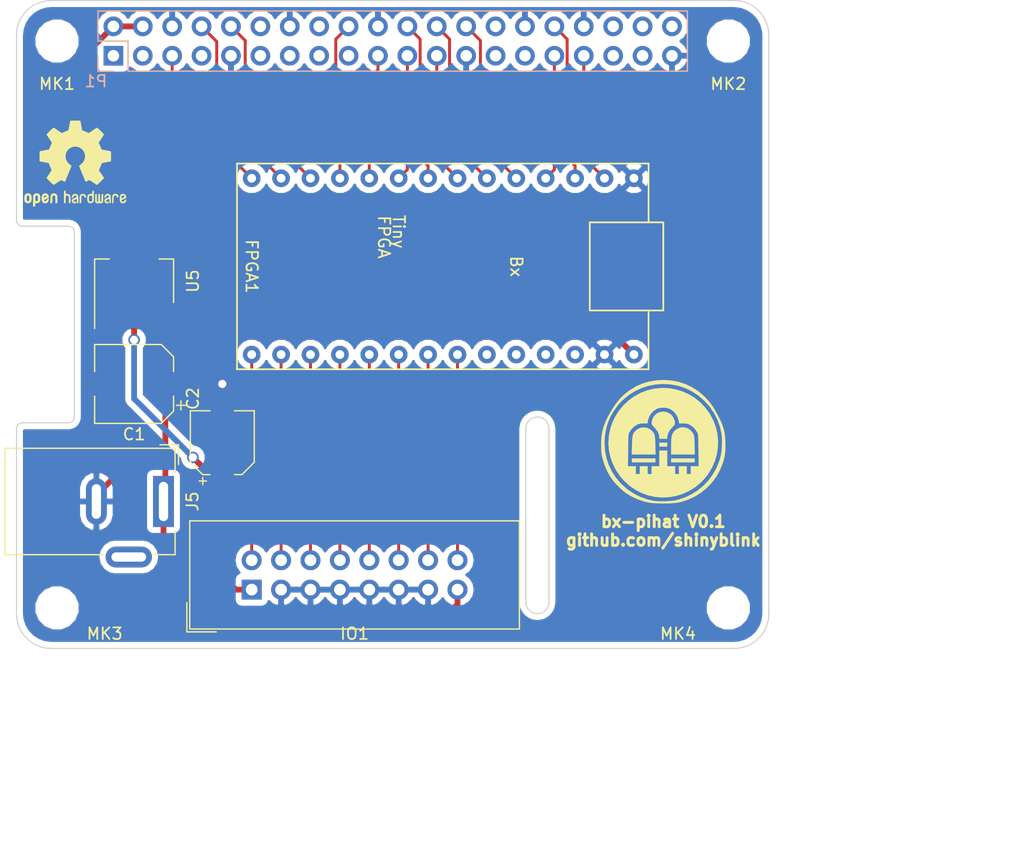
<source format=kicad_pcb>
(kicad_pcb (version 20171130) (host pcbnew 5.0.1)
  (title_block (date "15 nov 2012"))
  (layers (0 F.Cu signal) (31 B.Cu signal) (34 B.Paste user) (35 F.Paste user) (36 B.SilkS user) (37 F.SilkS user) (38 B.Mask user) (39 F.Mask user) (44 Edge.Cuts user))
  (net 0 "")
  (net 1 +3V3)
  (net 2 +5V)
  (net 3 GND)
  (net 4 /ID_SD)
  (net 5 /ID_SC)
  (net 6 /GPIO5)
  (net 7 /GPIO6)
  (net 8 /GPIO26)
  (net 9 "/GPIO2(SDA1)")
  (net 10 "/GPIO3(SCL1)")
  (net 11 "/GPIO4(GCLK)")
  (net 12 "/GPIO14(TXD0)")
  (net 13 "/GPIO15(RXD0)")
  (net 14 "/GPIO17(GEN0)")
  (net 15 "/GPIO27(GEN2)")
  (net 16 "/GPIO22(GEN3)")
  (net 17 "/GPIO23(GEN4)")
  (net 18 "/GPIO24(GEN5)")
  (net 19 "/GPIO25(GEN6)")
  (net 20 "/GPIO18(GEN1)(PWM0)")
  (net 21 "/GPIO10(SPI0_MOSI)")
  (net 22 "/GPIO9(SPI0_MISO)")
  (net 23 "/GPIO11(SPI0_SCK)")
  (net 24 "/GPIO8(SPI0_CE_N)")
  (net 25 "/GPIO7(SPI1_CE_N)")
  (net 26 "/GPIO12(PWM0)")
  (net 27 "/GPIO13(PWM1)")
  (net 28 "/GPIO19(SPI1_MISO)")
  (net 29 /GPIO16)
  (net 30 "/GPIO20(SPI1_MOSI)")
  (net 31 "/GPIO21(SPI1_SCK)")
  (net 32 "Net-(FPGA1-Pad26)")
  (net 33 "Net-(FPGA1-Pad25)")
  (net 34 "Net-(FPGA1-Pad24)")
  (net 35 "Net-(FPGA1-Pad23)")
  (net 36 "Net-(P1-Pad1)")
  (net 37 "Net-(P1-Pad17)")
  (net 38 /IO_8)
  (net 39 /IO_7)
  (net 40 /IO_6)
  (net 41 /IO_5)
  (net 42 /IO_4)
  (net 43 /IO_3)
  (net 44 /IO_2)
  (net 45 /IO_1)
  (module TinyFPGA:TinyFPGA_BX (layer F.Cu) (at 235.56 116.98 270)
    (fp_text reference FPGA1 (at 0 15.24 270 unlocked) (layer F.SilkS))
    (fp_text value Bx (at 0 -7.62 270 unlocked) (layer F.SilkS))
    (fp_text user Tiny (at -3 2.54 270 unlocked) (layer F.SilkS))
    (fp_text user FPGA (at -2.54 3.81 270 unlocked) (layer F.SilkS))
    (pad 1 thru_hole circle (at -7.62 -17.78 270) (size 1.524 1.524) (drill 0.762) (layers *.Cu *.Mask) (net 3 GND))
    (pad 2 thru_hole circle (at -7.62 -15.24 270) (size 1.524 1.524) (drill 0.762) (layers *.Cu *.Mask) (net 27 "/GPIO13(PWM1)"))
    (pad 3 thru_hole circle (at -7.62 -12.7 270) (size 1.524 1.524) (drill 0.762) (layers *.Cu *.Mask) (net 26 "/GPIO12(PWM0)"))
    (pad 4 thru_hole circle (at -7.62 -10.16 270) (size 1.524 1.524) (drill 0.762) (layers *.Cu *.Mask) (net 7 /GPIO6))
    (pad 5 thru_hole circle (at -7.62 -7.62 270) (size 1.524 1.524) (drill 0.762) (layers *.Cu *.Mask) (net 25 "/GPIO7(SPI1_CE_N)"))
    (pad 6 thru_hole circle (at -7.62 -5.08 270) (size 1.524 1.524) (drill 0.762) (layers *.Cu *.Mask) (net 24 "/GPIO8(SPI0_CE_N)"))
    (pad 7 thru_hole circle (at -7.62 -2.54 270) (size 1.524 1.524) (drill 0.762) (layers *.Cu *.Mask) (net 23 "/GPIO11(SPI0_SCK)"))
    (pad 8 thru_hole circle (at -7.62 0 270) (size 1.524 1.524) (drill 0.762) (layers *.Cu *.Mask) (net 19 "/GPIO25(GEN6)"))
    (pad 9 thru_hole circle (at -7.62 2.54 270) (size 1.524 1.524) (drill 0.762) (layers *.Cu *.Mask) (net 22 "/GPIO9(SPI0_MISO)"))
    (pad 10 thru_hole circle (at -7.62 5.08 270) (size 1.524 1.524) (drill 0.762) (layers *.Cu *.Mask) (net 21 "/GPIO10(SPI0_MOSI)"))
    (pad 11 thru_hole circle (at -7.62 7.62 270) (size 1.524 1.524) (drill 0.762) (layers *.Cu *.Mask) (net 18 "/GPIO24(GEN5)"))
    (pad 12 thru_hole circle (at -7.62 10.16 270) (size 1.524 1.524) (drill 0.762) (layers *.Cu *.Mask) (net 13 "/GPIO15(RXD0)"))
    (pad 13 thru_hole circle (at -7.62 12.7 270) (size 1.524 1.524) (drill 0.762) (layers *.Cu *.Mask) (net 12 "/GPIO14(TXD0)"))
    (pad 14 thru_hole circle (at -7.62 15.24 270) (size 1.524 1.524) (drill 0.762) (layers *.Cu *.Mask) (net 10 "/GPIO3(SCL1)"))
    (pad 15 thru_hole circle (at 7.62 15.24 270) (size 1.524 1.524) (drill 0.762) (layers *.Cu *.Mask) (net 45 /IO_1))
    (pad 16 thru_hole circle (at 7.62 12.7 270) (size 1.524 1.524) (drill 0.762) (layers *.Cu *.Mask) (net 44 /IO_2))
    (pad 17 thru_hole circle (at 7.62 10.16 270) (size 1.524 1.524) (drill 0.762) (layers *.Cu *.Mask) (net 43 /IO_3))
    (pad 18 thru_hole circle (at 7.62 7.62 270) (size 1.524 1.524) (drill 0.762) (layers *.Cu *.Mask) (net 42 /IO_4))
    (pad 19 thru_hole circle (at 7.62 5.08 270) (size 1.524 1.524) (drill 0.762) (layers *.Cu *.Mask) (net 41 /IO_5))
    (pad 20 thru_hole circle (at 7.62 2.54 270) (size 1.524 1.524) (drill 0.762) (layers *.Cu *.Mask) (net 40 /IO_6))
    (pad 21 thru_hole circle (at 7.62 0 270) (size 1.524 1.524) (drill 0.762) (layers *.Cu *.Mask) (net 39 /IO_7))
    (pad 22 thru_hole circle (at 7.62 -2.54 270) (size 1.524 1.524) (drill 0.762) (layers *.Cu *.Mask) (net 38 /IO_8))
    (pad 23 thru_hole circle (at 7.62 -5.08 270) (size 1.524 1.524) (drill 0.762) (layers *.Cu *.Mask) (net 35 "Net-(FPGA1-Pad23)"))
    (pad 24 thru_hole circle (at 7.62 -7.62 270) (size 1.524 1.524) (drill 0.762) (layers *.Cu *.Mask) (net 34 "Net-(FPGA1-Pad24)"))
    (pad 25 thru_hole circle (at 7.62 -10.16 270) (size 1.524 1.524) (drill 0.762) (layers *.Cu *.Mask) (net 33 "Net-(FPGA1-Pad25)"))
    (pad 26 thru_hole circle (at 7.62 -12.7 270) (size 1.524 1.524) (drill 0.762) (layers *.Cu *.Mask) (net 32 "Net-(FPGA1-Pad26)"))
    (pad 27 thru_hole circle (at 7.62 -15.24 270) (size 1.524 1.524) (drill 0.762) (layers *.Cu *.Mask) (net 3 GND))
    (pad 28 thru_hole circle (at 7.62 -17.78 270) (size 1.524 1.524) (drill 0.762) (layers *.Cu *.Mask) (net 2 +5V))
  )
  (module Connector_BarrelJack:BarrelJack_Wuerth_6941xx301002 (layer F.Cu) (at 212.7 137.3 270)
    (fp_text reference J5 (at 0 -2.5 270) (layer F.SilkS))
    (fp_text value Barrel_Jack_MountingPin)
    (pad 1 thru_hole rect (at 0 0 270) (size 4.4 1.8) (drill oval 3.4 0.8) (layers *.Cu *.Mask) (net 2 +5V))
    (pad 2 thru_hole oval (at 0 5.8 270) (size 4 1.8) (drill oval 3 0.8) (layers *.Cu *.Mask) (net 3 GND))
    (pad 3 thru_hole oval (at 4.8 3) (size 4 1.8) (drill oval 3 0.8) (layers *.Cu *.Mask))
  )
  (module Connector_IDC:IDC-Header_2x08_P2.54mm_Vertical (layer F.Cu) (at 220.32 144.92 90)
    (fp_text reference IO1 (at -3.81 8.89 180) (layer F.SilkS))
    (fp_text value IO8_HEADER)
    (pad 16 thru_hole oval (at 2.54 17.78 90) (size 1.7272 1.7272) (drill 1.016) (layers *.Cu *.Mask) (net 38 /IO_8))
    (pad 15 thru_hole oval (at 0 17.78 90) (size 1.7272 1.7272) (drill 1.016) (layers *.Cu *.Mask) (net 2 +5V))
    (pad 14 thru_hole oval (at 2.54 15.24 90) (size 1.7272 1.7272) (drill 1.016) (layers *.Cu *.Mask) (net 39 /IO_7))
    (pad 13 thru_hole oval (at 0 15.24 90) (size 1.7272 1.7272) (drill 1.016) (layers *.Cu *.Mask) (net 3 GND))
    (pad 12 thru_hole oval (at 2.54 12.7 90) (size 1.7272 1.7272) (drill 1.016) (layers *.Cu *.Mask) (net 40 /IO_6))
    (pad 11 thru_hole oval (at 0 12.7 90) (size 1.7272 1.7272) (drill 1.016) (layers *.Cu *.Mask) (net 3 GND))
    (pad 10 thru_hole oval (at 2.54 10.16 90) (size 1.7272 1.7272) (drill 1.016) (layers *.Cu *.Mask) (net 41 /IO_5))
    (pad 9 thru_hole oval (at 0 10.16 90) (size 1.7272 1.7272) (drill 1.016) (layers *.Cu *.Mask) (net 3 GND))
    (pad 8 thru_hole oval (at 2.54 7.62 90) (size 1.7272 1.7272) (drill 1.016) (layers *.Cu *.Mask) (net 42 /IO_4))
    (pad 7 thru_hole oval (at 0 7.62 90) (size 1.7272 1.7272) (drill 1.016) (layers *.Cu *.Mask) (net 3 GND))
    (pad 6 thru_hole oval (at 2.54 5.08 90) (size 1.7272 1.7272) (drill 1.016) (layers *.Cu *.Mask) (net 43 /IO_3))
    (pad 5 thru_hole oval (at 0 5.08 90) (size 1.7272 1.7272) (drill 1.016) (layers *.Cu *.Mask) (net 3 GND))
    (pad 4 thru_hole oval (at 2.54 2.54 90) (size 1.7272 1.7272) (drill 1.016) (layers *.Cu *.Mask) (net 44 /IO_2))
    (pad 3 thru_hole oval (at 0 2.54 90) (size 1.7272 1.7272) (drill 1.016) (layers *.Cu *.Mask) (net 3 GND))
    (pad 2 thru_hole oval (at 2.54 0 90) (size 1.7272 1.7272) (drill 1.016) (layers *.Cu *.Mask) (net 45 /IO_1))
    (pad 1 thru_hole rect (at 0 0 90) (size 1.7272 1.7272) (drill 1.016) (layers *.Cu *.Mask) (net 1 +3V3))
  )
  (module Capacitor_SMD:CP_Elec_5x5.4 (layer F.Cu) (at 217.78 132.22 90)
    (fp_text reference C2 (at 3.81 -2.54 90) (layer F.SilkS))
    (fp_text value 100uf)
    (pad 2 smd rect (at 2.2 0 90) (size 3 1.6) (layers F.Cu F.Paste F.Mask) (net 3 GND))
    (pad 1 smd rect (at -2.2 0 90) (size 3 1.6) (layers F.Cu F.Paste F.Mask) (net 1 +3V3))
  )
  (module Capacitor_SMD:CP_Elec_6.3x7.7 (layer F.Cu) (at 210.16 127.14 180)
    (fp_text reference C1 (at 0 -4.35 180) (layer F.SilkS))
    (fp_text value 330uf)
    (pad 2 smd rect (at 2.7 0 180) (size 3.5 1.6) (layers F.Cu F.Paste F.Mask) (net 3 GND))
    (pad 1 smd rect (at -2.7 0 180) (size 3.5 1.6) (layers F.Cu F.Paste F.Mask) (net 2 +5V))
  )
  (module Package_TO_SOT_SMD:SOT-223-3_TabPin2 (layer F.Cu) (at 210.16 118.25 90)
    (fp_text reference U5 (at 0 5.08 90) (layer F.SilkS))
    (fp_text value LD1117S33TR_SOT223)
    (pad 1 smd rect (at -3.15 -2.3 90) (size 2 1.5) (layers F.Cu F.Paste F.Mask) (net 3 GND))
    (pad 3 smd rect (at -3.15 2.3 90) (size 2 1.5) (layers F.Cu F.Paste F.Mask) (net 2 +5V))
    (pad 2 smd rect (at -3.15 0 90) (size 2 1.5) (layers F.Cu F.Paste F.Mask) (net 1 +3V3))
    (pad 2 smd rect (at 3.15 0 90) (size 2 3.8) (layers F.Cu F.Paste F.Mask) (net 1 +3V3))
  )
  (module Connector_PinSocket_2.54mm:PinSocket_2x20_P2.54mm_Vertical (layer B.Cu) (at 208.37 98.77 270)
    (fp_text reference P1 (at 2.208 1.512) (layer B.SilkS) (effects (justify mirror)))
    (fp_text value Conn_02x20_Odd_Even)
    (pad 40 thru_hole oval (at -2.54 -48.26 270) (size 1.7 1.7) (drill 1) (layers *.Cu *.Mask) (net 31 "/GPIO21(SPI1_SCK)"))
    (pad 39 thru_hole oval (at 0 -48.26 270) (size 1.7 1.7) (drill 1) (layers *.Cu *.Mask) (net 3 GND))
    (pad 38 thru_hole oval (at -2.54 -45.72 270) (size 1.7 1.7) (drill 1) (layers *.Cu *.Mask) (net 30 "/GPIO20(SPI1_MOSI)"))
    (pad 37 thru_hole oval (at 0 -45.72 270) (size 1.7 1.7) (drill 1) (layers *.Cu *.Mask) (net 8 /GPIO26))
    (pad 36 thru_hole oval (at -2.54 -43.18 270) (size 1.7 1.7) (drill 1) (layers *.Cu *.Mask) (net 29 /GPIO16))
    (pad 35 thru_hole oval (at 0 -43.18 270) (size 1.7 1.7) (drill 1) (layers *.Cu *.Mask) (net 28 "/GPIO19(SPI1_MISO)"))
    (pad 34 thru_hole oval (at -2.54 -40.64 270) (size 1.7 1.7) (drill 1) (layers *.Cu *.Mask) (net 3 GND))
    (pad 33 thru_hole oval (at 0 -40.64 270) (size 1.7 1.7) (drill 1) (layers *.Cu *.Mask) (net 27 "/GPIO13(PWM1)"))
    (pad 32 thru_hole oval (at -2.54 -38.1 270) (size 1.7 1.7) (drill 1) (layers *.Cu *.Mask) (net 26 "/GPIO12(PWM0)"))
    (pad 31 thru_hole oval (at 0 -38.1 270) (size 1.7 1.7) (drill 1) (layers *.Cu *.Mask) (net 7 /GPIO6))
    (pad 30 thru_hole oval (at -2.54 -35.56 270) (size 1.7 1.7) (drill 1) (layers *.Cu *.Mask) (net 3 GND))
    (pad 29 thru_hole oval (at 0 -35.56 270) (size 1.7 1.7) (drill 1) (layers *.Cu *.Mask) (net 6 /GPIO5))
    (pad 28 thru_hole oval (at -2.54 -33.02 270) (size 1.7 1.7) (drill 1) (layers *.Cu *.Mask) (net 5 /ID_SC))
    (pad 27 thru_hole oval (at 0 -33.02 270) (size 1.7 1.7) (drill 1) (layers *.Cu *.Mask) (net 4 /ID_SD))
    (pad 26 thru_hole oval (at -2.54 -30.48 270) (size 1.7 1.7) (drill 1) (layers *.Cu *.Mask) (net 25 "/GPIO7(SPI1_CE_N)"))
    (pad 25 thru_hole oval (at 0 -30.48 270) (size 1.7 1.7) (drill 1) (layers *.Cu *.Mask) (net 3 GND))
    (pad 24 thru_hole oval (at -2.54 -27.94 270) (size 1.7 1.7) (drill 1) (layers *.Cu *.Mask) (net 24 "/GPIO8(SPI0_CE_N)"))
    (pad 23 thru_hole oval (at 0 -27.94 270) (size 1.7 1.7) (drill 1) (layers *.Cu *.Mask) (net 23 "/GPIO11(SPI0_SCK)"))
    (pad 22 thru_hole oval (at -2.54 -25.4 270) (size 1.7 1.7) (drill 1) (layers *.Cu *.Mask) (net 19 "/GPIO25(GEN6)"))
    (pad 21 thru_hole oval (at 0 -25.4 270) (size 1.7 1.7) (drill 1) (layers *.Cu *.Mask) (net 22 "/GPIO9(SPI0_MISO)"))
    (pad 20 thru_hole oval (at -2.54 -22.86 270) (size 1.7 1.7) (drill 1) (layers *.Cu *.Mask) (net 3 GND))
    (pad 19 thru_hole oval (at 0 -22.86 270) (size 1.7 1.7) (drill 1) (layers *.Cu *.Mask) (net 21 "/GPIO10(SPI0_MOSI)"))
    (pad 18 thru_hole oval (at -2.54 -20.32 270) (size 1.7 1.7) (drill 1) (layers *.Cu *.Mask) (net 18 "/GPIO24(GEN5)"))
    (pad 17 thru_hole oval (at 0 -20.32 270) (size 1.7 1.7) (drill 1) (layers *.Cu *.Mask) (net 37 "Net-(P1-Pad17)"))
    (pad 16 thru_hole oval (at -2.54 -17.78 270) (size 1.7 1.7) (drill 1) (layers *.Cu *.Mask) (net 17 "/GPIO23(GEN4)"))
    (pad 15 thru_hole oval (at 0 -17.78 270) (size 1.7 1.7) (drill 1) (layers *.Cu *.Mask) (net 16 "/GPIO22(GEN3)"))
    (pad 14 thru_hole oval (at -2.54 -15.24 270) (size 1.7 1.7) (drill 1) (layers *.Cu *.Mask) (net 3 GND))
    (pad 13 thru_hole oval (at 0 -15.24 270) (size 1.7 1.7) (drill 1) (layers *.Cu *.Mask) (net 15 "/GPIO27(GEN2)"))
    (pad 12 thru_hole oval (at -2.54 -12.7 270) (size 1.7 1.7) (drill 1) (layers *.Cu *.Mask) (net 20 "/GPIO18(GEN1)(PWM0)"))
    (pad 11 thru_hole oval (at 0 -12.7 270) (size 1.7 1.7) (drill 1) (layers *.Cu *.Mask) (net 14 "/GPIO17(GEN0)"))
    (pad 10 thru_hole oval (at -2.54 -10.16 270) (size 1.7 1.7) (drill 1) (layers *.Cu *.Mask) (net 13 "/GPIO15(RXD0)"))
    (pad 9 thru_hole oval (at 0 -10.16 270) (size 1.7 1.7) (drill 1) (layers *.Cu *.Mask) (net 3 GND))
    (pad 8 thru_hole oval (at -2.54 -7.62 270) (size 1.7 1.7) (drill 1) (layers *.Cu *.Mask) (net 12 "/GPIO14(TXD0)"))
    (pad 7 thru_hole oval (at 0 -7.62 270) (size 1.7 1.7) (drill 1) (layers *.Cu *.Mask) (net 11 "/GPIO4(GCLK)"))
    (pad 6 thru_hole oval (at -2.54 -5.08 270) (size 1.7 1.7) (drill 1) (layers *.Cu *.Mask) (net 3 GND))
    (pad 5 thru_hole oval (at 0 -5.08 270) (size 1.7 1.7) (drill 1) (layers *.Cu *.Mask) (net 10 "/GPIO3(SCL1)"))
    (pad 4 thru_hole oval (at -2.54 -2.54 270) (size 1.7 1.7) (drill 1) (layers *.Cu *.Mask) (net 2 +5V))
    (pad 3 thru_hole oval (at 0 -2.54 270) (size 1.7 1.7) (drill 1) (layers *.Cu *.Mask) (net 9 "/GPIO2(SDA1)"))
    (pad 2 thru_hole oval (at -2.54 0 270) (size 1.7 1.7) (drill 1) (layers *.Cu *.Mask) (net 2 +5V))
    (pad 1 thru_hole rect (at 0 0 270) (size 1.7 1.7) (drill 1) (layers *.Cu *.Mask) (net 36 "Net-(P1-Pad1)"))
  )
  (module MountingHole:MountingHole_2.7mm_M2.5 (layer F.Cu) (at 261.5 146.5)
    (fp_text reference MK4 (at -4.35 2.23) (layer F.SilkS))
    (fp_text value M2.5)
    (pad 1 np_thru_hole circle (at 0 0) (size 2.7 2.7) (drill 2.7) (layers *.Cu *.Mask))
  )
  (module MountingHole:MountingHole_2.7mm_M2.5 (layer F.Cu) (at 203.5 146.5)
    (fp_text reference MK3 (at 4.12 2.23) (layer F.SilkS))
    (fp_text value M2.5)
    (pad 1 np_thru_hole circle (at 0 0) (size 2.7 2.7) (drill 2.7) (layers *.Cu *.Mask))
  )
  (module MountingHole:MountingHole_2.7mm_M2.5 (layer F.Cu) (at 261.5 97.5 180)
    (fp_text reference MK2 (at 0 -3.7 180) (layer F.SilkS))
    (fp_text value M2.5)
    (pad 1 np_thru_hole circle (at 0 0 180) (size 2.7 2.7) (drill 2.7) (layers *.Cu *.Mask))
  )
  (module MountingHole:MountingHole_2.7mm_M2.5 (layer F.Cu) (at 203.5 97.5 180)
    (fp_text reference MK1 (at 0 -3.7 180) (layer F.SilkS))
    (fp_text value M2.5)
    (pad 1 np_thru_hole circle (at 0 0 180) (size 2.7 2.7) (drill 2.7) (layers *.Cu *.Mask))
  )
  (module Random:shinyblink_1x1cm (layer F.Cu) (at 255.88 132.22)
    (fp_text reference G*** hide)
    (fp_text value LOGO hide)
  )
  (module Symbol:OSHW-Logo2_9.8x8mm_SilkScreen (layer F.Cu) (at 205.08 108.09)
    (fp_text reference REF** hide)
    (fp_text value OSHW-Logo2_9.8x8mm_SilkScreen hide)
  )
  (gr_text "bx-pihat V0.1\ngithub.com/shinyblink" (at 255.88 139.84) (layer F.SilkS) (effects (font (size 1 1) (thickness 0.25))))
  (gr_line (start 244 146) (end 244 131) (layer Edge.Cuts) (width 0.1))
  (gr_line (start 246 131) (end 246 146) (layer Edge.Cuts) (width 0.1))
  (gr_arc (start 245 131) (end 244 131) (angle 180) (layer Edge.Cuts) (width 0.1))
  (gr_arc (start 245 146) (end 246 146) (angle 180) (layer Edge.Cuts) (width 0.1))
  (gr_arc (start 200.5 131) (end 200 131) (angle 89.9) (layer Edge.Cuts) (width 0.1))
  (gr_arc (start 204.5 130) (end 205 130) (angle 90) (layer Edge.Cuts) (width 0.1))
  (gr_arc (start 200.5 113) (end 200.5 113.5) (angle 90) (layer Edge.Cuts) (width 0.1))
  (gr_arc (start 204.5 114) (end 204.5 113.5) (angle 90) (layer Edge.Cuts) (width 0.1))
  (gr_line (start 200 97) (end 200 113) (layer Edge.Cuts) (width 0.1))
  (gr_arc (start 262 97) (end 262 94) (angle 90) (layer Edge.Cuts) (width 0.1))
  (gr_arc (start 262 147) (end 265 147) (angle 90) (layer Edge.Cuts) (width 0.1))
  (gr_arc (start 203 147) (end 203 150) (angle 90) (layer Edge.Cuts) (width 0.1))
  (gr_arc (start 203 97) (end 200 97) (angle 90) (layer Edge.Cuts) (width 0.1))
  (gr_line (start 262 94) (end 203 94) (layer Edge.Cuts) (width 0.1))
  (gr_line (start 204.5 130.5) (end 200.5 130.5) (layer Edge.Cuts) (width 0.1))
  (gr_line (start 205 114) (end 205 130) (layer Edge.Cuts) (width 0.1))
  (gr_line (start 200.5 113.5) (end 204.5 113.5) (layer Edge.Cuts) (width 0.1))
  (gr_line (start 265 147) (end 265 97) (layer Edge.Cuts) (width 0.1))
  (gr_line (start 203 150) (end 262 150) (layer Edge.Cuts) (width 0.1))
  (gr_line (start 200 131) (end 200 147) (layer Edge.Cuts) (width 0.1))
  (segment (start 210.16 115.1) (end 210.16 121.4) (width 0.5) (layer F.Cu) (net 1))
  (via (at 210.16 123.33) (size 1) (drill 0.7) (layers F.Cu B.Cu) (net 1))
  (segment (start 210.16 121.4) (end 210.16 123.33) (width 0.5) (layer F.Cu) (net 1))
  (segment (start 218.9564 144.92) (end 220.32 144.92) (width 0.5) (layer F.Cu) (net 1))
  (segment (start 217.78 143.7436) (end 218.9564 144.92) (width 0.5) (layer F.Cu) (net 1))
  (segment (start 217.78 134.42) (end 217.78 143.7436) (width 0.5) (layer F.Cu) (net 1))
  (segment (start 216.17 134.42) (end 215.739999 133.989999) (width 0.5) (layer F.Cu) (net 1))
  (segment (start 217.78 134.42) (end 216.17 134.42) (width 0.5) (layer F.Cu) (net 1))
  (segment (start 215.739999 133.989999) (end 215.24 133.49) (width 0.5) (layer F.Cu) (net 1))
  (via (at 215.24 133.49) (size 1) (drill 0.7) (layers F.Cu B.Cu) (net 1))
  (segment (start 210.16 128.41) (end 215.24 133.49) (width 0.5) (layer B.Cu) (net 1))
  (segment (start 210.16 123.33) (end 210.16 128.41) (width 0.5) (layer B.Cu) (net 1))
  (segment (start 212.46 126.74) (end 212.86 127.14) (width 0.5) (layer F.Cu) (net 2))
  (segment (start 212.46 121.4) (end 212.46 126.74) (width 0.5) (layer F.Cu) (net 2))
  (segment (start 212.86 137.14) (end 212.7 137.3) (width 0.5) (layer F.Cu) (net 2))
  (segment (start 212.86 127.14) (end 212.86 137.14) (width 0.5) (layer F.Cu) (net 2))
  (segment (start 212.7 142.38) (end 212.7 137.3) (width 0.5) (layer F.Cu) (net 2))
  (segment (start 217.78 147.46) (end 212.7 142.38) (width 0.5) (layer F.Cu) (net 2))
  (segment (start 236.83 147.46) (end 217.78 147.46) (width 0.5) (layer F.Cu) (net 2))
  (segment (start 238.1 144.92) (end 238.1 146.19) (width 0.5) (layer F.Cu) (net 2))
  (segment (start 238.1 146.19) (end 236.83 147.46) (width 0.5) (layer F.Cu) (net 2))
  (segment (start 209.707919 96.23) (end 210.91 96.23) (width 0.5) (layer F.Cu) (net 2))
  (segment (start 208.37 96.23) (end 209.707919 96.23) (width 0.5) (layer F.Cu) (net 2))
  (segment (start 206.35 98.25) (end 208.37 96.23) (width 0.5) (layer F.Cu) (net 2))
  (segment (start 206.35 101.74) (end 206.35 98.25) (width 0.5) (layer F.Cu) (net 2))
  (segment (start 212.46 121.4) (end 213.97 119.89) (width 0.5) (layer F.Cu) (net 2))
  (segment (start 213.97 109.36) (end 206.35 101.74) (width 0.5) (layer F.Cu) (net 2))
  (segment (start 213.97 119.89) (end 213.97 109.36) (width 0.5) (layer F.Cu) (net 2))
  (segment (start 250.14 121.4) (end 253.34 124.6) (width 0.508) (layer F.Cu) (net 2))
  (segment (start 212.46 121.4) (end 250.14 121.4) (width 0.508) (layer F.Cu) (net 2))
  (segment (start 207.86 126.74) (end 207.46 127.14) (width 0.5) (layer F.Cu) (net 3))
  (segment (start 207.86 121.4) (end 207.86 126.74) (width 0.5) (layer F.Cu) (net 3))
  (segment (start 206.7 136.95) (end 206.7 137.3) (width 0.5) (layer F.Cu) (net 3))
  (segment (start 208.89 134.76) (end 206.7 136.95) (width 0.5) (layer F.Cu) (net 3))
  (segment (start 207.46 127.14) (end 207.46 128.44) (width 0.5) (layer F.Cu) (net 3))
  (segment (start 208.89 129.87) (end 208.89 134.76) (width 0.5) (layer F.Cu) (net 3))
  (segment (start 207.46 128.44) (end 208.89 129.87) (width 0.5) (layer F.Cu) (net 3))
  (via (at 217.78 127.139962) (size 1) (drill 0.7) (layers F.Cu B.Cu) (net 3))
  (segment (start 217.78 130.02) (end 217.78 127.139962) (width 0.5) (layer F.Cu) (net 3))
  (segment (start 246.47 104.74) (end 246.47 108.61) (width 0.254) (layer F.Cu) (net 7))
  (segment (start 246.477522 104.673243) (end 246.47 104.74) (width 0.254) (layer F.Cu) (net 7))
  (segment (start 246.639835 104.469709) (end 246.582954 104.50545) (width 0.254) (layer F.Cu) (net 7))
  (segment (start 246.77 104.44) (end 246.703244 104.447521) (width 0.254) (layer F.Cu) (net 7))
  (segment (start 246.85836 104.44) (end 246.77 104.44) (width 0.254) (layer F.Cu) (net 7))
  (segment (start 246.925117 104.432478) (end 246.85836 104.44) (width 0.254) (layer F.Cu) (net 7))
  (segment (start 246.988526 104.41029) (end 246.925117 104.432478) (width 0.254) (layer F.Cu) (net 7))
  (segment (start 247.09291 104.327046) (end 247.045407 104.374549) (width 0.254) (layer F.Cu) (net 7))
  (segment (start 247.150839 104.206756) (end 247.128651 104.270165) (width 0.254) (layer F.Cu) (net 7))
  (segment (start 247.150839 104.073243) (end 247.15836 104.14) (width 0.254) (layer F.Cu) (net 7))
  (segment (start 246.988526 103.869709) (end 247.045407 103.90545) (width 0.254) (layer F.Cu) (net 7))
  (segment (start 246.925117 103.847521) (end 246.988526 103.869709) (width 0.254) (layer F.Cu) (net 7))
  (segment (start 246.85836 103.84) (end 246.925117 103.847521) (width 0.254) (layer F.Cu) (net 7))
  (segment (start 245.73164 103.84) (end 246.85836 103.84) (width 0.254) (layer F.Cu) (net 7))
  (segment (start 245.664883 103.832478) (end 245.73164 103.84) (width 0.254) (layer F.Cu) (net 7))
  (segment (start 245.601474 103.81029) (end 245.664883 103.832478) (width 0.254) (layer F.Cu) (net 7))
  (segment (start 245.544593 103.774549) (end 245.601474 103.81029) (width 0.254) (layer F.Cu) (net 7))
  (segment (start 245.49709 103.727046) (end 245.544593 103.774549) (width 0.254) (layer F.Cu) (net 7))
  (segment (start 245.461349 103.670165) (end 245.49709 103.727046) (width 0.254) (layer F.Cu) (net 7))
  (segment (start 245.43164 103.54) (end 245.439161 103.606756) (width 0.254) (layer F.Cu) (net 7))
  (segment (start 245.439161 103.473243) (end 245.43164 103.54) (width 0.254) (layer F.Cu) (net 7))
  (segment (start 245.461349 103.409834) (end 245.439161 103.473243) (width 0.254) (layer F.Cu) (net 7))
  (segment (start 245.544593 103.30545) (end 245.49709 103.352953) (width 0.254) (layer F.Cu) (net 7))
  (segment (start 245.601474 103.269709) (end 245.544593 103.30545) (width 0.254) (layer F.Cu) (net 7))
  (segment (start 245.664883 103.247521) (end 245.601474 103.269709) (width 0.254) (layer F.Cu) (net 7))
  (segment (start 245.73164 103.24) (end 245.664883 103.247521) (width 0.254) (layer F.Cu) (net 7))
  (segment (start 246.85836 103.24) (end 245.73164 103.24) (width 0.254) (layer F.Cu) (net 7))
  (segment (start 246.925117 103.232478) (end 246.85836 103.24) (width 0.254) (layer F.Cu) (net 7))
  (segment (start 246.988526 103.21029) (end 246.925117 103.232478) (width 0.254) (layer F.Cu) (net 7))
  (segment (start 245.461349 102.209834) (end 245.439161 102.273243) (width 0.254) (layer F.Cu) (net 7))
  (segment (start 246.703244 104.447521) (end 246.639835 104.469709) (width 0.254) (layer F.Cu) (net 7))
  (segment (start 245.49709 102.152953) (end 245.461349 102.209834) (width 0.254) (layer F.Cu) (net 7))
  (segment (start 246.47 108.61) (end 245.72 109.36) (width 0.254) (layer F.Cu) (net 7))
  (segment (start 245.439161 103.606756) (end 245.461349 103.670165) (width 0.254) (layer F.Cu) (net 7))
  (segment (start 245.439161 102.273243) (end 245.43164 102.34) (width 0.254) (layer F.Cu) (net 7))
  (segment (start 247.045407 103.90545) (end 247.09291 103.952953) (width 0.254) (layer F.Cu) (net 7))
  (segment (start 245.544593 102.10545) (end 245.49709 102.152953) (width 0.254) (layer F.Cu) (net 7))
  (segment (start 247.15836 104.14) (end 247.150839 104.206756) (width 0.254) (layer F.Cu) (net 7))
  (segment (start 246.925117 102.647521) (end 246.988526 102.669709) (width 0.254) (layer F.Cu) (net 7))
  (segment (start 247.128651 104.009834) (end 247.150839 104.073243) (width 0.254) (layer F.Cu) (net 7))
  (segment (start 245.664883 102.047521) (end 245.601474 102.069709) (width 0.254) (layer F.Cu) (net 7))
  (segment (start 245.439161 102.406756) (end 245.461349 102.470165) (width 0.254) (layer F.Cu) (net 7))
  (segment (start 246.17 102.04) (end 245.73164 102.04) (width 0.254) (layer F.Cu) (net 7))
  (segment (start 246.300165 102.01029) (end 246.236756 102.032478) (width 0.254) (layer F.Cu) (net 7))
  (segment (start 245.664883 102.632478) (end 245.73164 102.64) (width 0.254) (layer F.Cu) (net 7))
  (segment (start 246.47 101.74) (end 246.462478 101.806756) (width 0.254) (layer F.Cu) (net 7))
  (segment (start 246.535451 104.552953) (end 246.49971 104.609834) (width 0.254) (layer F.Cu) (net 7))
  (segment (start 246.462478 101.806756) (end 246.44029 101.870165) (width 0.254) (layer F.Cu) (net 7))
  (segment (start 247.09291 103.952953) (end 247.128651 104.009834) (width 0.254) (layer F.Cu) (net 7))
  (segment (start 245.601474 102.069709) (end 245.544593 102.10545) (width 0.254) (layer F.Cu) (net 7))
  (segment (start 245.49709 103.352953) (end 245.461349 103.409834) (width 0.254) (layer F.Cu) (net 7))
  (segment (start 246.236756 102.032478) (end 246.17 102.04) (width 0.254) (layer F.Cu) (net 7))
  (segment (start 246.404549 101.927046) (end 246.357046 101.974549) (width 0.254) (layer F.Cu) (net 7))
  (segment (start 246.49971 104.609834) (end 246.477522 104.673243) (width 0.254) (layer F.Cu) (net 7))
  (segment (start 246.357046 101.974549) (end 246.300165 102.01029) (width 0.254) (layer F.Cu) (net 7))
  (segment (start 246.582954 104.50545) (end 246.535451 104.552953) (width 0.254) (layer F.Cu) (net 7))
  (segment (start 245.43164 102.34) (end 245.439161 102.406756) (width 0.254) (layer F.Cu) (net 7))
  (segment (start 245.461349 102.470165) (end 245.49709 102.527046) (width 0.254) (layer F.Cu) (net 7))
  (segment (start 245.73164 102.04) (end 245.664883 102.047521) (width 0.254) (layer F.Cu) (net 7))
  (segment (start 247.128651 102.809834) (end 247.150839 102.873243) (width 0.254) (layer F.Cu) (net 7))
  (segment (start 246.44029 101.870165) (end 246.404549 101.927046) (width 0.254) (layer F.Cu) (net 7))
  (segment (start 245.49709 102.527046) (end 245.544593 102.574549) (width 0.254) (layer F.Cu) (net 7))
  (segment (start 245.544593 102.574549) (end 245.601474 102.61029) (width 0.254) (layer F.Cu) (net 7))
  (segment (start 245.73164 102.64) (end 246.85836 102.64) (width 0.254) (layer F.Cu) (net 7))
  (segment (start 247.15836 102.94) (end 247.150839 103.006756) (width 0.254) (layer F.Cu) (net 7))
  (segment (start 247.045407 103.174549) (end 246.988526 103.21029) (width 0.254) (layer F.Cu) (net 7))
  (segment (start 246.85836 102.64) (end 246.925117 102.647521) (width 0.254) (layer F.Cu) (net 7))
  (segment (start 245.601474 102.61029) (end 245.664883 102.632478) (width 0.254) (layer F.Cu) (net 7))
  (segment (start 247.045407 102.70545) (end 247.09291 102.752953) (width 0.254) (layer F.Cu) (net 7))
  (segment (start 247.128651 104.270165) (end 247.09291 104.327046) (width 0.254) (layer F.Cu) (net 7))
  (segment (start 246.988526 102.669709) (end 247.045407 102.70545) (width 0.254) (layer F.Cu) (net 7))
  (segment (start 246.47 98.77) (end 246.47 101.74) (width 0.254) (layer F.Cu) (net 7))
  (segment (start 247.09291 102.752953) (end 247.128651 102.809834) (width 0.254) (layer F.Cu) (net 7))
  (segment (start 247.150839 102.873243) (end 247.15836 102.94) (width 0.254) (layer F.Cu) (net 7))
  (segment (start 247.045407 104.374549) (end 246.988526 104.41029) (width 0.254) (layer F.Cu) (net 7))
  (segment (start 247.150839 103.006756) (end 247.128651 103.070165) (width 0.254) (layer F.Cu) (net 7))
  (segment (start 247.128651 103.070165) (end 247.09291 103.127046) (width 0.254) (layer F.Cu) (net 7))
  (segment (start 247.09291 103.127046) (end 247.045407 103.174549) (width 0.254) (layer F.Cu) (net 7))
  (segment (start 217.777204 106.817204) (end 213.45 102.49) (width 0.254) (layer F.Cu) (net 10))
  (segment (start 217.81909 106.869726) (end 217.777204 106.817204) (width 0.254) (layer F.Cu) (net 10))
  (segment (start 217.863187 107.062926) (end 217.863186 106.995746) (width 0.254) (layer F.Cu) (net 10))
  (segment (start 217.777204 107.241468) (end 217.819091 107.188946) (width 0.254) (layer F.Cu) (net 10))
  (segment (start 217.520372 107.498303) (end 217.777204 107.241468) (width 0.254) (layer F.Cu) (net 10))
  (segment (start 217.449339 107.611352) (end 217.478485 107.550825) (width 0.254) (layer F.Cu) (net 10))
  (segment (start 217.848238 106.930253) (end 217.81909 106.869726) (width 0.254) (layer F.Cu) (net 10))
  (segment (start 217.434389 107.676845) (end 217.449339 107.611352) (width 0.254) (layer F.Cu) (net 10))
  (segment (start 217.819091 107.188946) (end 217.848237 107.128419) (width 0.254) (layer F.Cu) (net 10))
  (segment (start 219.377866 107.097685) (end 219.348719 107.037159) (width 0.254) (layer F.Cu) (net 10))
  (segment (start 219.377866 107.295852) (end 219.392815 107.230358) (width 0.254) (layer F.Cu) (net 10))
  (segment (start 219.348719 107.356378) (end 219.377866 107.295852) (width 0.254) (layer F.Cu) (net 10))
  (segment (start 218.978967 107.778784) (end 219.008114 107.718258) (width 0.254) (layer F.Cu) (net 10))
  (segment (start 219.306833 107.408901) (end 219.348719 107.356378) (width 0.254) (layer F.Cu) (net 10))
  (segment (start 219.348719 107.037159) (end 219.306833 106.984637) (width 0.254) (layer F.Cu) (net 10))
  (segment (start 219.392815 107.230358) (end 219.392815 107.163179) (width 0.254) (layer F.Cu) (net 10))
  (segment (start 219.05 107.665735) (end 219.306833 107.408901) (width 0.254) (layer F.Cu) (net 10))
  (segment (start 218.935091 106.942751) (end 218.882568 106.984637) (width 0.254) (layer F.Cu) (net 10))
  (segment (start 219.05 108.09) (end 219.008114 108.037477) (width 0.254) (layer F.Cu) (net 10))
  (segment (start 218.978967 107.976951) (end 218.964018 107.911457) (width 0.254) (layer F.Cu) (net 10))
  (segment (start 220.32 109.36) (end 219.05 108.09) (width 0.254) (layer F.Cu) (net 10))
  (segment (start 217.863186 106.995746) (end 217.848238 106.930253) (width 0.254) (layer F.Cu) (net 10))
  (segment (start 219.008114 108.037477) (end 218.978967 107.976951) (width 0.254) (layer F.Cu) (net 10))
  (segment (start 213.45 102.49) (end 213.45 98.77) (width 0.254) (layer F.Cu) (net 10))
  (segment (start 218.964018 107.911457) (end 218.964018 107.844278) (width 0.254) (layer F.Cu) (net 10))
  (segment (start 217.572895 107.964454) (end 217.520371 107.922567) (width 0.254) (layer F.Cu) (net 10))
  (segment (start 218.964018 107.844278) (end 218.978967 107.778784) (width 0.254) (layer F.Cu) (net 10))
  (segment (start 219.25431 106.942751) (end 219.193784 106.913604) (width 0.254) (layer F.Cu) (net 10))
  (segment (start 217.848237 107.128419) (end 217.863187 107.062926) (width 0.254) (layer F.Cu) (net 10))
  (segment (start 218.882568 106.984637) (end 218.20147 107.665735) (width 0.254) (layer F.Cu) (net 10))
  (segment (start 218.20147 107.665735) (end 217.944637 107.922568) (width 0.254) (layer F.Cu) (net 10))
  (segment (start 219.306833 106.984637) (end 219.25431 106.942751) (width 0.254) (layer F.Cu) (net 10))
  (segment (start 219.12829 106.898655) (end 219.061111 106.898655) (width 0.254) (layer F.Cu) (net 10))
  (segment (start 219.061111 106.898655) (end 218.995617 106.913604) (width 0.254) (layer F.Cu) (net 10))
  (segment (start 217.698915 108.00855) (end 217.63342 107.9936) (width 0.254) (layer F.Cu) (net 10))
  (segment (start 218.995617 106.913604) (end 218.935091 106.942751) (width 0.254) (layer F.Cu) (net 10))
  (segment (start 219.193784 106.913604) (end 219.12829 106.898655) (width 0.254) (layer F.Cu) (net 10))
  (segment (start 217.892113 107.964453) (end 217.831588 107.993601) (width 0.254) (layer F.Cu) (net 10))
  (segment (start 217.831588 107.993601) (end 217.766093 108.008549) (width 0.254) (layer F.Cu) (net 10))
  (segment (start 217.766093 108.008549) (end 217.698915 108.00855) (width 0.254) (layer F.Cu) (net 10))
  (segment (start 217.478485 107.550825) (end 217.520372 107.498303) (width 0.254) (layer F.Cu) (net 10))
  (segment (start 219.392815 107.163179) (end 219.377866 107.097685) (width 0.254) (layer F.Cu) (net 10))
  (segment (start 217.520371 107.922567) (end 217.478486 107.870045) (width 0.254) (layer F.Cu) (net 10))
  (segment (start 217.944637 107.922568) (end 217.892113 107.964453) (width 0.254) (layer F.Cu) (net 10))
  (segment (start 217.63342 107.9936) (end 217.572895 107.964454) (width 0.254) (layer F.Cu) (net 10))
  (segment (start 217.478486 107.870045) (end 217.449338 107.809518) (width 0.254) (layer F.Cu) (net 10))
  (segment (start 219.008114 107.718258) (end 219.05 107.665735) (width 0.254) (layer F.Cu) (net 10))
  (segment (start 217.449338 107.809518) (end 217.43439 107.744025) (width 0.254) (layer F.Cu) (net 10))
  (segment (start 217.43439 107.744025) (end 217.434389 107.676845) (width 0.254) (layer F.Cu) (net 10))
  (segment (start 217.298999 97.538999) (end 216.839999 97.079999) (width 0.254) (layer F.Cu) (net 12))
  (segment (start 217.298999 103.798999) (end 217.298999 97.538999) (width 0.254) (layer F.Cu) (net 12))
  (segment (start 220.95004 107.36879) (end 220.892549 107.355668) (width 0.254) (layer F.Cu) (net 12))
  (segment (start 221.009009 107.36879) (end 220.95004 107.36879) (width 0.254) (layer F.Cu) (net 12))
  (segment (start 221.0665 107.355668) (end 221.009009 107.36879) (width 0.254) (layer F.Cu) (net 12))
  (segment (start 221.11963 107.330082) (end 221.0665 107.355668) (width 0.254) (layer F.Cu) (net 12))
  (segment (start 220.839419 107.330082) (end 220.793315 107.293315) (width 0.254) (layer F.Cu) (net 12))
  (segment (start 221.21184 107.256549) (end 221.11963 107.330082) (width 0.254) (layer F.Cu) (net 12))
  (segment (start 221.264969 107.230963) (end 221.21184 107.256549) (width 0.254) (layer F.Cu) (net 12))
  (segment (start 221.38143 107.217841) (end 221.32246 107.217841) (width 0.254) (layer F.Cu) (net 12))
  (segment (start 221.438921 107.230963) (end 221.38143 107.217841) (width 0.254) (layer F.Cu) (net 12))
  (segment (start 221.49205 107.256549) (end 221.438921 107.230963) (width 0.254) (layer F.Cu) (net 12))
  (segment (start 221.514525 107.874305) (end 221.527647 107.816814) (width 0.254) (layer F.Cu) (net 12))
  (segment (start 221.514525 107.933275) (end 221.514525 107.874305) (width 0.254) (layer F.Cu) (net 12))
  (segment (start 221.626767 107.671476) (end 221.652353 107.618346) (width 0.254) (layer F.Cu) (net 12))
  (segment (start 221.538154 107.293315) (end 221.49205 107.256549) (width 0.254) (layer F.Cu) (net 12))
  (segment (start 216.839999 97.079999) (end 215.99 96.23) (width 0.254) (layer F.Cu) (net 12))
  (segment (start 220.793315 107.293315) (end 217.298999 103.798999) (width 0.254) (layer F.Cu) (net 12))
  (segment (start 221.652353 107.618346) (end 221.665475 107.560855) (width 0.254) (layer F.Cu) (net 12))
  (segment (start 221.527647 107.990766) (end 221.514525 107.933275) (width 0.254) (layer F.Cu) (net 12))
  (segment (start 221.626767 107.391265) (end 221.59 107.345161) (width 0.254) (layer F.Cu) (net 12))
  (segment (start 221.553233 108.043895) (end 221.527647 107.990766) (width 0.254) (layer F.Cu) (net 12))
  (segment (start 221.665475 107.560855) (end 221.665475 107.501886) (width 0.254) (layer F.Cu) (net 12))
  (segment (start 222.86 109.36) (end 221.59 108.09) (width 0.254) (layer F.Cu) (net 12))
  (segment (start 221.59 108.09) (end 221.553233 108.043895) (width 0.254) (layer F.Cu) (net 12))
  (segment (start 220.892549 107.355668) (end 220.839419 107.330082) (width 0.254) (layer F.Cu) (net 12))
  (segment (start 221.665475 107.501886) (end 221.652353 107.444395) (width 0.254) (layer F.Cu) (net 12))
  (segment (start 221.527647 107.816814) (end 221.553233 107.763685) (width 0.254) (layer F.Cu) (net 12))
  (segment (start 221.553233 107.763685) (end 221.626767 107.671476) (width 0.254) (layer F.Cu) (net 12))
  (segment (start 221.32246 107.217841) (end 221.264969 107.230963) (width 0.254) (layer F.Cu) (net 12))
  (segment (start 221.652353 107.444395) (end 221.626767 107.391265) (width 0.254) (layer F.Cu) (net 12))
  (segment (start 221.59 107.345161) (end 221.538154 107.293315) (width 0.254) (layer F.Cu) (net 12))
  (segment (start 219.379999 97.079999) (end 218.53 96.23) (width 0.254) (layer F.Cu) (net 13))
  (segment (start 219.761001 97.461001) (end 219.379999 97.079999) (width 0.254) (layer F.Cu) (net 13))
  (segment (start 219.761001 103.721001) (end 219.761001 97.461001) (width 0.254) (layer F.Cu) (net 13))
  (segment (start 222.063315 106.023315) (end 219.761001 103.721001) (width 0.254) (layer F.Cu) (net 13))
  (segment (start 222.109419 106.060082) (end 222.063315 106.023315) (width 0.254) (layer F.Cu) (net 13))
  (segment (start 222.22004 106.09879) (end 222.162549 106.085668) (width 0.254) (layer F.Cu) (net 13))
  (segment (start 222.3365 106.085668) (end 222.279009 106.09879) (width 0.254) (layer F.Cu) (net 13))
  (segment (start 222.534969 105.960963) (end 222.48184 105.986549) (width 0.254) (layer F.Cu) (net 13))
  (segment (start 222.708921 105.960963) (end 222.65143 105.947841) (width 0.254) (layer F.Cu) (net 13))
  (segment (start 222.784525 106.604305) (end 222.797647 106.546814) (width 0.254) (layer F.Cu) (net 13))
  (segment (start 222.896767 106.121265) (end 222.86 106.075161) (width 0.254) (layer F.Cu) (net 13))
  (segment (start 222.76205 105.986549) (end 222.708921 105.960963) (width 0.254) (layer F.Cu) (net 13))
  (segment (start 222.784525 106.663275) (end 222.784525 106.604305) (width 0.254) (layer F.Cu) (net 13))
  (segment (start 222.48184 105.986549) (end 222.38963 106.060082) (width 0.254) (layer F.Cu) (net 13))
  (segment (start 225.4 109.36) (end 222.86 106.82) (width 0.254) (layer F.Cu) (net 13))
  (segment (start 222.65143 105.947841) (end 222.59246 105.947841) (width 0.254) (layer F.Cu) (net 13))
  (segment (start 222.86 106.82) (end 222.823233 106.773895) (width 0.254) (layer F.Cu) (net 13))
  (segment (start 222.86 106.075161) (end 222.808154 106.023315) (width 0.254) (layer F.Cu) (net 13))
  (segment (start 222.797647 106.546814) (end 222.823233 106.493685) (width 0.254) (layer F.Cu) (net 13))
  (segment (start 222.896767 106.401476) (end 222.922353 106.348346) (width 0.254) (layer F.Cu) (net 13))
  (segment (start 222.922353 106.348346) (end 222.935475 106.290855) (width 0.254) (layer F.Cu) (net 13))
  (segment (start 222.59246 105.947841) (end 222.534969 105.960963) (width 0.254) (layer F.Cu) (net 13))
  (segment (start 222.935475 106.290855) (end 222.935475 106.231886) (width 0.254) (layer F.Cu) (net 13))
  (segment (start 222.162549 106.085668) (end 222.109419 106.060082) (width 0.254) (layer F.Cu) (net 13))
  (segment (start 222.38963 106.060082) (end 222.3365 106.085668) (width 0.254) (layer F.Cu) (net 13))
  (segment (start 222.797647 106.720766) (end 222.784525 106.663275) (width 0.254) (layer F.Cu) (net 13))
  (segment (start 222.823233 106.493685) (end 222.896767 106.401476) (width 0.254) (layer F.Cu) (net 13))
  (segment (start 222.935475 106.231886) (end 222.922353 106.174395) (width 0.254) (layer F.Cu) (net 13))
  (segment (start 222.279009 106.09879) (end 222.22004 106.09879) (width 0.254) (layer F.Cu) (net 13))
  (segment (start 222.823233 106.773895) (end 222.797647 106.720766) (width 0.254) (layer F.Cu) (net 13))
  (segment (start 222.922353 106.174395) (end 222.896767 106.121265) (width 0.254) (layer F.Cu) (net 13))
  (segment (start 222.808154 106.023315) (end 222.76205 105.986549) (width 0.254) (layer F.Cu) (net 13))
  (segment (start 227.840001 97.079999) (end 228.69 96.23) (width 0.254) (layer F.Cu) (net 18))
  (segment (start 227.585999 100.799921) (end 227.585999 97.334001) (width 0.254) (layer F.Cu) (net 18))
  (segment (start 227.932479 105.086756) (end 227.94 105.02) (width 0.254) (layer F.Cu) (net 18))
  (segment (start 227.87455 105.207046) (end 227.910291 105.150165) (width 0.254) (layer F.Cu) (net 18))
  (segment (start 227.827047 105.254549) (end 227.87455 105.207046) (width 0.254) (layer F.Cu) (net 18))
  (segment (start 227.770166 105.29029) (end 227.827047 105.254549) (width 0.254) (layer F.Cu) (net 18))
  (segment (start 227.64 105.32) (end 227.706757 105.312478) (width 0.254) (layer F.Cu) (net 18))
  (segment (start 227.351349 105.32) (end 227.64 105.32) (width 0.254) (layer F.Cu) (net 18))
  (segment (start 227.221184 105.349709) (end 227.284593 105.327521) (width 0.254) (layer F.Cu) (net 18))
  (segment (start 228.798941 106.350165) (end 228.821129 106.286756) (width 0.254) (layer F.Cu) (net 18))
  (segment (start 228.7632 106.032953) (end 228.715697 105.98545) (width 0.254) (layer F.Cu) (net 18))
  (segment (start 228.821129 106.286756) (end 228.828651 106.22) (width 0.254) (layer F.Cu) (net 18))
  (segment (start 228.658816 106.49029) (end 228.715697 106.454549) (width 0.254) (layer F.Cu) (net 18))
  (segment (start 227.284593 105.912478) (end 227.221184 105.89029) (width 0.254) (layer F.Cu) (net 18))
  (segment (start 227.94 101.153922) (end 227.585999 100.799921) (width 0.254) (layer F.Cu) (net 18))
  (segment (start 228.528651 106.52) (end 228.595407 106.512478) (width 0.254) (layer F.Cu) (net 18))
  (segment (start 228.715697 106.454549) (end 228.7632 106.407046) (width 0.254) (layer F.Cu) (net 18))
  (segment (start 227.94 105.02) (end 227.94 101.153922) (width 0.254) (layer F.Cu) (net 18))
  (segment (start 227.94 106.82) (end 227.947521 106.753243) (width 0.254) (layer F.Cu) (net 18))
  (segment (start 228.173243 106.527521) (end 228.24 106.52) (width 0.254) (layer F.Cu) (net 18))
  (segment (start 227.969709 106.689834) (end 228.00545 106.632953) (width 0.254) (layer F.Cu) (net 18))
  (segment (start 227.284593 105.327521) (end 227.351349 105.32) (width 0.254) (layer F.Cu) (net 18))
  (segment (start 227.94 109.36) (end 227.94 106.82) (width 0.254) (layer F.Cu) (net 18))
  (segment (start 227.947521 106.753243) (end 227.969709 106.689834) (width 0.254) (layer F.Cu) (net 18))
  (segment (start 227.051349 105.62) (end 227.058871 105.553243) (width 0.254) (layer F.Cu) (net 18))
  (segment (start 228.109834 106.549709) (end 228.173243 106.527521) (width 0.254) (layer F.Cu) (net 18))
  (segment (start 227.585999 97.334001) (end 227.840001 97.079999) (width 0.254) (layer F.Cu) (net 18))
  (segment (start 228.052953 106.58545) (end 228.109834 106.549709) (width 0.254) (layer F.Cu) (net 18))
  (segment (start 228.595407 106.512478) (end 228.658816 106.49029) (width 0.254) (layer F.Cu) (net 18))
  (segment (start 227.1168 105.807046) (end 227.081059 105.750165) (width 0.254) (layer F.Cu) (net 18))
  (segment (start 227.910291 105.150165) (end 227.932479 105.086756) (width 0.254) (layer F.Cu) (net 18))
  (segment (start 228.24 106.52) (end 228.528651 106.52) (width 0.254) (layer F.Cu) (net 18))
  (segment (start 228.821129 106.153243) (end 228.798941 106.089834) (width 0.254) (layer F.Cu) (net 18))
  (segment (start 228.798941 106.089834) (end 228.7632 106.032953) (width 0.254) (layer F.Cu) (net 18))
  (segment (start 227.221184 105.89029) (end 227.164303 105.854549) (width 0.254) (layer F.Cu) (net 18))
  (segment (start 228.658816 105.949709) (end 228.595407 105.927521) (width 0.254) (layer F.Cu) (net 18))
  (segment (start 227.058871 105.553243) (end 227.081059 105.489834) (width 0.254) (layer F.Cu) (net 18))
  (segment (start 228.828651 106.22) (end 228.821129 106.153243) (width 0.254) (layer F.Cu) (net 18))
  (segment (start 228.595407 105.927521) (end 228.528651 105.92) (width 0.254) (layer F.Cu) (net 18))
  (segment (start 227.706757 105.312478) (end 227.770166 105.29029) (width 0.254) (layer F.Cu) (net 18))
  (segment (start 228.528651 105.92) (end 227.351349 105.92) (width 0.254) (layer F.Cu) (net 18))
  (segment (start 228.715697 105.98545) (end 228.658816 105.949709) (width 0.254) (layer F.Cu) (net 18))
  (segment (start 228.00545 106.632953) (end 228.052953 106.58545) (width 0.254) (layer F.Cu) (net 18))
  (segment (start 227.351349 105.92) (end 227.284593 105.912478) (width 0.254) (layer F.Cu) (net 18))
  (segment (start 227.164303 105.854549) (end 227.1168 105.807046) (width 0.254) (layer F.Cu) (net 18))
  (segment (start 228.7632 106.407046) (end 228.798941 106.350165) (width 0.254) (layer F.Cu) (net 18))
  (segment (start 227.081059 105.750165) (end 227.058871 105.686756) (width 0.254) (layer F.Cu) (net 18))
  (segment (start 227.058871 105.686756) (end 227.051349 105.62) (width 0.254) (layer F.Cu) (net 18))
  (segment (start 227.081059 105.489834) (end 227.1168 105.432953) (width 0.254) (layer F.Cu) (net 18))
  (segment (start 227.1168 105.432953) (end 227.164303 105.38545) (width 0.254) (layer F.Cu) (net 18))
  (segment (start 227.164303 105.38545) (end 227.221184 105.349709) (width 0.254) (layer F.Cu) (net 18))
  (segment (start 234.619999 97.079999) (end 233.77 96.23) (width 0.254) (layer F.Cu) (net 19))
  (segment (start 234.874001 97.334001) (end 234.619999 97.079999) (width 0.254) (layer F.Cu) (net 19))
  (segment (start 234.874001 102.7) (end 234.874001 97.334001) (width 0.254) (layer F.Cu) (net 19))
  (segment (start 234.19087 104.433243) (end 234.213058 104.369834) (width 0.254) (layer F.Cu) (net 19))
  (segment (start 234.183348 104.5) (end 234.19087 104.433243) (width 0.254) (layer F.Cu) (net 19))
  (segment (start 234.213058 104.630165) (end 234.19087 104.566756) (width 0.254) (layer F.Cu) (net 19))
  (segment (start 234.353183 104.77029) (end 234.296302 104.734549) (width 0.254) (layer F.Cu) (net 19))
  (segment (start 234.248799 104.687046) (end 234.213058 104.630165) (width 0.254) (layer F.Cu) (net 19))
  (segment (start 234.986988 105.408317) (end 235.051666 105.40103) (width 0.254) (layer F.Cu) (net 19))
  (segment (start 234.19087 103.233243) (end 234.213058 103.169834) (width 0.254) (layer F.Cu) (net 19))
  (segment (start 234.483348 104.8) (end 234.416592 104.792478) (width 0.254) (layer F.Cu) (net 19))
  (segment (start 234.874001 104.8) (end 234.483348 104.8) (width 0.254) (layer F.Cu) (net 19))
  (segment (start 234.874001 105.55) (end 234.877644 105.517661) (width 0.254) (layer F.Cu) (net 19))
  (segment (start 234.353183 103.57029) (end 234.296302 103.534549) (width 0.254) (layer F.Cu) (net 19))
  (segment (start 235.051666 104.808317) (end 235.019327 104.804674) (width 0.254) (layer F.Cu) (net 19))
  (segment (start 235.082382 104.819065) (end 235.051666 104.808317) (width 0.254) (layer F.Cu) (net 19))
  (segment (start 234.296302 104.734549) (end 234.248799 104.687046) (width 0.254) (layer F.Cu) (net 19))
  (segment (start 234.19087 103.366756) (end 234.183348 103.3) (width 0.254) (layer F.Cu) (net 19))
  (segment (start 235.132948 104.85939) (end 235.109937 104.836379) (width 0.254) (layer F.Cu) (net 19))
  (segment (start 234.974001 104.15) (end 234.974001 103.65) (width 0.254) (layer F.Cu) (net 19))
  (segment (start 234.874001 104.804674) (end 234.874001 104.8) (width 0.254) (layer F.Cu) (net 19))
  (segment (start 235.56 109.36) (end 235.56 108.28237) (width 0.254) (layer F.Cu) (net 19))
  (segment (start 234.416592 103.592478) (end 234.353183 103.57029) (width 0.254) (layer F.Cu) (net 19))
  (segment (start 235.109937 104.836379) (end 235.082382 104.819065) (width 0.254) (layer F.Cu) (net 19))
  (segment (start 234.704167 102.97029) (end 234.761048 102.934549) (width 0.254) (layer F.Cu) (net 19))
  (segment (start 235.150262 104.886945) (end 235.132948 104.85939) (width 0.254) (layer F.Cu) (net 19))
  (segment (start 235.164654 104.95) (end 235.16101 104.917661) (width 0.254) (layer F.Cu) (net 19))
  (segment (start 234.963092 104.181174) (end 234.969049 104.171694) (width 0.254) (layer F.Cu) (net 19))
  (segment (start 234.248799 103.487046) (end 234.213058 103.430165) (width 0.254) (layer F.Cu) (net 19))
  (segment (start 234.888392 105.486945) (end 234.905706 105.45939) (width 0.254) (layer F.Cu) (net 19))
  (segment (start 235.051666 105.40103) (end 235.082382 105.390282) (width 0.254) (layer F.Cu) (net 19))
  (segment (start 234.877644 105.517661) (end 234.888392 105.486945) (width 0.254) (layer F.Cu) (net 19))
  (segment (start 234.844292 102.830165) (end 234.86648 102.766756) (width 0.254) (layer F.Cu) (net 19))
  (segment (start 234.969049 103.628305) (end 234.963092 103.618825) (width 0.254) (layer F.Cu) (net 19))
  (segment (start 234.86648 102.766756) (end 234.874001 102.7) (width 0.254) (layer F.Cu) (net 19))
  (segment (start 234.956272 105.419065) (end 234.986988 105.408317) (width 0.254) (layer F.Cu) (net 19))
  (segment (start 234.353183 103.029709) (end 234.416592 103.007521) (width 0.254) (layer F.Cu) (net 19))
  (segment (start 235.16101 104.917661) (end 235.150262 104.886945) (width 0.254) (layer F.Cu) (net 19))
  (segment (start 234.808551 102.887046) (end 234.844292 102.830165) (width 0.254) (layer F.Cu) (net 19))
  (segment (start 234.972747 103.638873) (end 234.969049 103.628305) (width 0.254) (layer F.Cu) (net 19))
  (segment (start 234.296302 103.534549) (end 234.248799 103.487046) (width 0.254) (layer F.Cu) (net 19))
  (segment (start 235.019327 104.804674) (end 234.874001 104.804674) (width 0.254) (layer F.Cu) (net 19))
  (segment (start 234.905706 105.45939) (end 234.928717 105.436379) (width 0.254) (layer F.Cu) (net 19))
  (segment (start 234.416592 104.792478) (end 234.353183 104.77029) (width 0.254) (layer F.Cu) (net 19))
  (segment (start 234.928717 105.436379) (end 234.956272 105.419065) (width 0.254) (layer F.Cu) (net 19))
  (segment (start 234.183348 103.3) (end 234.19087 103.233243) (width 0.254) (layer F.Cu) (net 19))
  (segment (start 235.082382 105.390282) (end 235.109937 105.372968) (width 0.254) (layer F.Cu) (net 19))
  (segment (start 235.109937 105.372968) (end 235.132948 105.349957) (width 0.254) (layer F.Cu) (net 19))
  (segment (start 235.150262 105.322402) (end 235.16101 105.291686) (width 0.254) (layer F.Cu) (net 19))
  (segment (start 235.132948 105.349957) (end 235.150262 105.322402) (width 0.254) (layer F.Cu) (net 19))
  (segment (start 234.296302 103.06545) (end 234.353183 103.029709) (width 0.254) (layer F.Cu) (net 19))
  (segment (start 234.874001 107.596371) (end 234.874001 105.55) (width 0.254) (layer F.Cu) (net 19))
  (segment (start 234.924001 104.2) (end 234.935127 104.198746) (width 0.254) (layer F.Cu) (net 19))
  (segment (start 234.19087 104.566756) (end 234.183348 104.5) (width 0.254) (layer F.Cu) (net 19))
  (segment (start 234.248799 103.112953) (end 234.296302 103.06545) (width 0.254) (layer F.Cu) (net 19))
  (segment (start 234.213058 104.369834) (end 234.248799 104.312953) (width 0.254) (layer F.Cu) (net 19))
  (segment (start 234.248799 104.312953) (end 234.296302 104.26545) (width 0.254) (layer F.Cu) (net 19))
  (segment (start 234.483348 103) (end 234.574001 103) (width 0.254) (layer F.Cu) (net 19))
  (segment (start 234.296302 104.26545) (end 234.353183 104.229709) (width 0.254) (layer F.Cu) (net 19))
  (segment (start 234.574001 103) (end 234.640758 102.992478) (width 0.254) (layer F.Cu) (net 19))
  (segment (start 234.353183 104.229709) (end 234.416592 104.207521) (width 0.254) (layer F.Cu) (net 19))
  (segment (start 234.640758 102.992478) (end 234.704167 102.97029) (width 0.254) (layer F.Cu) (net 19))
  (segment (start 235.56 108.28237) (end 234.874001 107.596371) (width 0.254) (layer F.Cu) (net 19))
  (segment (start 234.483348 104.2) (end 234.924001 104.2) (width 0.254) (layer F.Cu) (net 19))
  (segment (start 235.16101 105.291686) (end 235.164654 105.259348) (width 0.254) (layer F.Cu) (net 19))
  (segment (start 234.935127 104.198746) (end 234.945695 104.195048) (width 0.254) (layer F.Cu) (net 19))
  (segment (start 234.945695 104.195048) (end 234.955175 104.189091) (width 0.254) (layer F.Cu) (net 19))
  (segment (start 234.416592 104.207521) (end 234.483348 104.2) (width 0.254) (layer F.Cu) (net 19))
  (segment (start 234.955175 104.189091) (end 234.963092 104.181174) (width 0.254) (layer F.Cu) (net 19))
  (segment (start 234.969049 104.171694) (end 234.972747 104.161126) (width 0.254) (layer F.Cu) (net 19))
  (segment (start 234.972747 104.161126) (end 234.974001 104.15) (width 0.254) (layer F.Cu) (net 19))
  (segment (start 235.164654 105.259348) (end 235.164654 104.95) (width 0.254) (layer F.Cu) (net 19))
  (segment (start 234.761048 102.934549) (end 234.808551 102.887046) (width 0.254) (layer F.Cu) (net 19))
  (segment (start 234.974001 103.65) (end 234.972747 103.638873) (width 0.254) (layer F.Cu) (net 19))
  (segment (start 234.963092 103.618825) (end 234.955175 103.610908) (width 0.254) (layer F.Cu) (net 19))
  (segment (start 234.955175 103.610908) (end 234.945695 103.604951) (width 0.254) (layer F.Cu) (net 19))
  (segment (start 234.945695 103.604951) (end 234.935127 103.601253) (width 0.254) (layer F.Cu) (net 19))
  (segment (start 234.935127 103.601253) (end 234.924001 103.6) (width 0.254) (layer F.Cu) (net 19))
  (segment (start 234.924001 103.6) (end 234.483348 103.6) (width 0.254) (layer F.Cu) (net 19))
  (segment (start 234.483348 103.6) (end 234.416592 103.592478) (width 0.254) (layer F.Cu) (net 19))
  (segment (start 234.213058 103.430165) (end 234.19087 103.366756) (width 0.254) (layer F.Cu) (net 19))
  (segment (start 234.213058 103.169834) (end 234.248799 103.112953) (width 0.254) (layer F.Cu) (net 19))
  (segment (start 234.416592 103.007521) (end 234.483348 103) (width 0.254) (layer F.Cu) (net 19))
  (segment (start 230.48 107.637012) (end 230.48 109.36) (width 0.254) (layer F.Cu) (net 21))
  (segment (start 230.48 104.74) (end 230.48 107.637012) (width 0.254) (layer F.Cu) (net 21))
  (segment (start 230.78 104.44) (end 230.713244 104.447521) (width 0.254) (layer F.Cu) (net 21))
  (segment (start 231.335839 102.873243) (end 231.34336 102.94) (width 0.254) (layer F.Cu) (net 21))
  (segment (start 231.173526 102.669709) (end 231.230407 102.70545) (width 0.254) (layer F.Cu) (net 21))
  (segment (start 230.414549 101.927046) (end 230.367046 101.974549) (width 0.254) (layer F.Cu) (net 21))
  (segment (start 229.624161 103.606756) (end 229.646349 103.670165) (width 0.254) (layer F.Cu) (net 21))
  (segment (start 231.04336 102.64) (end 231.110117 102.647521) (width 0.254) (layer F.Cu) (net 21))
  (segment (start 230.472478 101.806756) (end 230.45029 101.870165) (width 0.254) (layer F.Cu) (net 21))
  (segment (start 231.27791 103.952953) (end 231.313651 104.009834) (width 0.254) (layer F.Cu) (net 21))
  (segment (start 231.110117 103.232478) (end 231.04336 103.24) (width 0.254) (layer F.Cu) (net 21))
  (segment (start 231.27791 102.752953) (end 231.313651 102.809834) (width 0.254) (layer F.Cu) (net 21))
  (segment (start 229.68209 102.527046) (end 229.729593 102.574549) (width 0.254) (layer F.Cu) (net 21))
  (segment (start 230.45029 101.870165) (end 230.414549 101.927046) (width 0.254) (layer F.Cu) (net 21))
  (segment (start 229.849883 102.632478) (end 229.91664 102.64) (width 0.254) (layer F.Cu) (net 21))
  (segment (start 231.313651 103.070165) (end 231.27791 103.127046) (width 0.254) (layer F.Cu) (net 21))
  (segment (start 231.04336 103.84) (end 231.110117 103.847521) (width 0.254) (layer F.Cu) (net 21))
  (segment (start 229.646349 102.470165) (end 229.68209 102.527046) (width 0.254) (layer F.Cu) (net 21))
  (segment (start 229.91664 103.24) (end 229.849883 103.247521) (width 0.254) (layer F.Cu) (net 21))
  (segment (start 229.61664 102.34) (end 229.624161 102.406756) (width 0.254) (layer F.Cu) (net 21))
  (segment (start 229.624161 102.406756) (end 229.646349 102.470165) (width 0.254) (layer F.Cu) (net 21))
  (segment (start 230.246756 102.032478) (end 230.18 102.04) (width 0.254) (layer F.Cu) (net 21))
  (segment (start 229.624161 102.273243) (end 229.61664 102.34) (width 0.254) (layer F.Cu) (net 21))
  (segment (start 231.230407 102.70545) (end 231.27791 102.752953) (width 0.254) (layer F.Cu) (net 21))
  (segment (start 229.646349 102.209834) (end 229.624161 102.273243) (width 0.254) (layer F.Cu) (net 21))
  (segment (start 231.110117 102.647521) (end 231.173526 102.669709) (width 0.254) (layer F.Cu) (net 21))
  (segment (start 231.04336 104.44) (end 230.78 104.44) (width 0.254) (layer F.Cu) (net 21))
  (segment (start 231.23 98.77) (end 231.23 99.972081) (width 0.254) (layer F.Cu) (net 21))
  (segment (start 230.48 100.722081) (end 230.48 101.74) (width 0.254) (layer F.Cu) (net 21))
  (segment (start 231.230407 104.374549) (end 231.173526 104.41029) (width 0.254) (layer F.Cu) (net 21))
  (segment (start 230.367046 101.974549) (end 230.310165 102.01029) (width 0.254) (layer F.Cu) (net 21))
  (segment (start 229.68209 103.727046) (end 229.729593 103.774549) (width 0.254) (layer F.Cu) (net 21))
  (segment (start 229.91664 102.64) (end 231.04336 102.64) (width 0.254) (layer F.Cu) (net 21))
  (segment (start 229.61664 103.54) (end 229.624161 103.606756) (width 0.254) (layer F.Cu) (net 21))
  (segment (start 229.849883 102.047521) (end 229.786474 102.069709) (width 0.254) (layer F.Cu) (net 21))
  (segment (start 229.786474 102.069709) (end 229.729593 102.10545) (width 0.254) (layer F.Cu) (net 21))
  (segment (start 231.313651 102.809834) (end 231.335839 102.873243) (width 0.254) (layer F.Cu) (net 21))
  (segment (start 231.04336 103.24) (end 229.91664 103.24) (width 0.254) (layer F.Cu) (net 21))
  (segment (start 231.27791 103.127046) (end 231.230407 103.174549) (width 0.254) (layer F.Cu) (net 21))
  (segment (start 231.230407 103.174549) (end 231.173526 103.21029) (width 0.254) (layer F.Cu) (net 21))
  (segment (start 231.173526 104.41029) (end 231.110117 104.432478) (width 0.254) (layer F.Cu) (net 21))
  (segment (start 231.23 99.972081) (end 230.48 100.722081) (width 0.254) (layer F.Cu) (net 21))
  (segment (start 231.173526 103.21029) (end 231.110117 103.232478) (width 0.254) (layer F.Cu) (net 21))
  (segment (start 229.849883 103.247521) (end 229.786474 103.269709) (width 0.254) (layer F.Cu) (net 21))
  (segment (start 230.48 101.74) (end 230.472478 101.806756) (width 0.254) (layer F.Cu) (net 21))
  (segment (start 229.786474 103.269709) (end 229.729593 103.30545) (width 0.254) (layer F.Cu) (net 21))
  (segment (start 230.310165 102.01029) (end 230.246756 102.032478) (width 0.254) (layer F.Cu) (net 21))
  (segment (start 229.68209 102.152953) (end 229.646349 102.209834) (width 0.254) (layer F.Cu) (net 21))
  (segment (start 229.729593 103.30545) (end 229.68209 103.352953) (width 0.254) (layer F.Cu) (net 21))
  (segment (start 229.68209 103.352953) (end 229.646349 103.409834) (width 0.254) (layer F.Cu) (net 21))
  (segment (start 229.646349 103.409834) (end 229.624161 103.473243) (width 0.254) (layer F.Cu) (net 21))
  (segment (start 229.624161 103.473243) (end 229.61664 103.54) (width 0.254) (layer F.Cu) (net 21))
  (segment (start 231.34336 102.94) (end 231.335839 103.006756) (width 0.254) (layer F.Cu) (net 21))
  (segment (start 229.646349 103.670165) (end 229.68209 103.727046) (width 0.254) (layer F.Cu) (net 21))
  (segment (start 230.18 102.04) (end 229.91664 102.04) (width 0.254) (layer F.Cu) (net 21))
  (segment (start 229.729593 103.774549) (end 229.786474 103.81029) (width 0.254) (layer F.Cu) (net 21))
  (segment (start 229.786474 102.61029) (end 229.849883 102.632478) (width 0.254) (layer F.Cu) (net 21))
  (segment (start 229.786474 103.81029) (end 229.849883 103.832478) (width 0.254) (layer F.Cu) (net 21))
  (segment (start 229.849883 103.832478) (end 229.91664 103.84) (width 0.254) (layer F.Cu) (net 21))
  (segment (start 229.91664 103.84) (end 231.04336 103.84) (width 0.254) (layer F.Cu) (net 21))
  (segment (start 231.110117 103.847521) (end 231.173526 103.869709) (width 0.254) (layer F.Cu) (net 21))
  (segment (start 229.729593 102.574549) (end 229.786474 102.61029) (width 0.254) (layer F.Cu) (net 21))
  (segment (start 231.173526 103.869709) (end 231.230407 103.90545) (width 0.254) (layer F.Cu) (net 21))
  (segment (start 231.230407 103.90545) (end 231.27791 103.952953) (width 0.254) (layer F.Cu) (net 21))
  (segment (start 231.313651 104.009834) (end 231.335839 104.073243) (width 0.254) (layer F.Cu) (net 21))
  (segment (start 231.335839 104.073243) (end 231.34336 104.14) (width 0.254) (layer F.Cu) (net 21))
  (segment (start 231.34336 104.14) (end 231.335839 104.206756) (width 0.254) (layer F.Cu) (net 21))
  (segment (start 231.335839 104.206756) (end 231.313651 104.270165) (width 0.254) (layer F.Cu) (net 21))
  (segment (start 231.313651 104.270165) (end 231.27791 104.327046) (width 0.254) (layer F.Cu) (net 21))
  (segment (start 231.27791 104.327046) (end 231.230407 104.374549) (width 0.254) (layer F.Cu) (net 21))
  (segment (start 231.110117 104.432478) (end 231.04336 104.44) (width 0.254) (layer F.Cu) (net 21))
  (segment (start 231.335839 103.006756) (end 231.313651 103.070165) (width 0.254) (layer F.Cu) (net 21))
  (segment (start 230.713244 104.447521) (end 230.649835 104.469709) (width 0.254) (layer F.Cu) (net 21))
  (segment (start 230.649835 104.469709) (end 230.592954 104.50545) (width 0.254) (layer F.Cu) (net 21))
  (segment (start 229.91664 102.04) (end 229.849883 102.047521) (width 0.254) (layer F.Cu) (net 21))
  (segment (start 229.729593 102.10545) (end 229.68209 102.152953) (width 0.254) (layer F.Cu) (net 21))
  (segment (start 230.592954 104.50545) (end 230.545451 104.552953) (width 0.254) (layer F.Cu) (net 21))
  (segment (start 230.545451 104.552953) (end 230.50971 104.609834) (width 0.254) (layer F.Cu) (net 21))
  (segment (start 230.50971 104.609834) (end 230.487522 104.673243) (width 0.254) (layer F.Cu) (net 21))
  (segment (start 230.487522 104.673243) (end 230.48 104.74) (width 0.254) (layer F.Cu) (net 21))
  (segment (start 233.77 100.353797) (end 233.77 98.77) (width 0.254) (layer F.Cu) (net 22))
  (segment (start 233.762479 101.041756) (end 233.77 100.975) (width 0.254) (layer F.Cu) (net 22))
  (segment (start 233.600166 101.24529) (end 233.657047 101.209549) (width 0.254) (layer F.Cu) (net 22))
  (segment (start 233.100653 101.275) (end 233.47 101.275) (width 0.254) (layer F.Cu) (net 22))
  (segment (start 233.033897 101.282521) (end 233.100653 101.275) (width 0.254) (layer F.Cu) (net 22))
  (segment (start 232.970488 101.304709) (end 233.033897 101.282521) (width 0.254) (layer F.Cu) (net 22))
  (segment (start 232.913607 101.34045) (end 232.970488 101.304709) (width 0.254) (layer F.Cu) (net 22))
  (segment (start 232.866104 101.387953) (end 232.913607 101.34045) (width 0.254) (layer F.Cu) (net 22))
  (segment (start 232.808175 101.508243) (end 232.830363 101.444834) (width 0.254) (layer F.Cu) (net 22))
  (segment (start 232.808175 101.641756) (end 232.800653 101.575) (width 0.254) (layer F.Cu) (net 22))
  (segment (start 234.326393 101.94045) (end 234.269512 101.904709) (width 0.254) (layer F.Cu) (net 22))
  (segment (start 234.373896 101.987953) (end 234.326393 101.94045) (width 0.254) (layer F.Cu) (net 22))
  (segment (start 234.431825 102.108243) (end 234.409637 102.044834) (width 0.254) (layer F.Cu) (net 22))
  (segment (start 234.431825 102.241756) (end 234.439347 102.175) (width 0.254) (layer F.Cu) (net 22))
  (segment (start 234.409637 102.305165) (end 234.431825 102.241756) (width 0.254) (layer F.Cu) (net 22))
  (segment (start 234.373896 102.362046) (end 234.409637 102.305165) (width 0.254) (layer F.Cu) (net 22))
  (segment (start 234.326393 102.409549) (end 234.373896 102.362046) (width 0.254) (layer F.Cu) (net 22))
  (segment (start 234.269512 102.44529) (end 234.326393 102.409549) (width 0.254) (layer F.Cu) (net 22))
  (segment (start 234.206103 102.467478) (end 234.269512 102.44529) (width 0.254) (layer F.Cu) (net 22))
  (segment (start 234.139347 102.475) (end 234.206103 102.467478) (width 0.254) (layer F.Cu) (net 22))
  (segment (start 234.07 102.475) (end 234.139347 102.475) (width 0.254) (layer F.Cu) (net 22))
  (segment (start 234.003243 102.482521) (end 234.07 102.475) (width 0.254) (layer F.Cu) (net 22))
  (segment (start 233.939834 102.504709) (end 234.003243 102.482521) (width 0.254) (layer F.Cu) (net 22))
  (segment (start 233.882953 102.54045) (end 233.939834 102.504709) (width 0.254) (layer F.Cu) (net 22))
  (segment (start 233.83545 102.587953) (end 233.882953 102.54045) (width 0.254) (layer F.Cu) (net 22))
  (segment (start 233.799709 102.644834) (end 233.83545 102.587953) (width 0.254) (layer F.Cu) (net 22))
  (segment (start 232.913607 101.809549) (end 232.866104 101.762046) (width 0.254) (layer F.Cu) (net 22))
  (segment (start 232.800653 104.575) (end 232.808175 104.508243) (width 0.254) (layer F.Cu) (net 22))
  (segment (start 233.762479 103.908243) (end 233.740291 103.844834) (width 0.254) (layer F.Cu) (net 22))
  (segment (start 232.970488 101.84529) (end 232.913607 101.809549) (width 0.254) (layer F.Cu) (net 22))
  (segment (start 232.808175 104.641756) (end 232.800653 104.575) (width 0.254) (layer F.Cu) (net 22))
  (segment (start 232.970488 103.64529) (end 232.913607 103.609549) (width 0.254) (layer F.Cu) (net 22))
  (segment (start 233.033897 101.867478) (end 232.970488 101.84529) (width 0.254) (layer F.Cu) (net 22))
  (segment (start 232.830363 104.705165) (end 232.808175 104.641756) (width 0.254) (layer F.Cu) (net 22))
  (segment (start 233.536757 103.067478) (end 233.600166 103.04529) (width 0.254) (layer F.Cu) (net 22))
  (segment (start 233.100653 101.875) (end 233.033897 101.867478) (width 0.254) (layer F.Cu) (net 22))
  (segment (start 233.777521 102.708243) (end 233.799709 102.644834) (width 0.254) (layer F.Cu) (net 22))
  (segment (start 232.866104 104.762046) (end 232.830363 104.705165) (width 0.254) (layer F.Cu) (net 22))
  (segment (start 233.47 103.075) (end 233.536757 103.067478) (width 0.254) (layer F.Cu) (net 22))
  (segment (start 233.77 104.875) (end 233.100653 104.875) (width 0.254) (layer F.Cu) (net 22))
  (segment (start 234.439347 102.175) (end 234.431825 102.108243) (width 0.254) (layer F.Cu) (net 22))
  (segment (start 233.70455 104.162046) (end 233.740291 104.105165) (width 0.254) (layer F.Cu) (net 22))
  (segment (start 233.77 104.890327) (end 233.77 104.875) (width 0.254) (layer F.Cu) (net 22))
  (segment (start 233.47 103.675) (end 233.100653 103.675) (width 0.254) (layer F.Cu) (net 22))
  (segment (start 233.033897 103.667478) (end 232.970488 103.64529) (width 0.254) (layer F.Cu) (net 22))
  (segment (start 232.800653 103.375) (end 232.808175 103.308243) (width 0.254) (layer F.Cu) (net 22))
  (segment (start 232.866104 101.762046) (end 232.830363 101.705165) (width 0.254) (layer F.Cu) (net 22))
  (segment (start 232.808175 104.508243) (end 232.830363 104.444834) (width 0.254) (layer F.Cu) (net 22))
  (segment (start 233.883437 104.924108) (end 233.876328 104.912794) (width 0.254) (layer F.Cu) (net 22))
  (segment (start 233.70455 101.162046) (end 233.740291 101.105165) (width 0.254) (layer F.Cu) (net 22))
  (segment (start 233.88785 104.936721) (end 233.883437 104.924108) (width 0.254) (layer F.Cu) (net 22))
  (segment (start 233.100653 104.875) (end 233.033897 104.867478) (width 0.254) (layer F.Cu) (net 22))
  (segment (start 232.913607 103.14045) (end 232.970488 103.104709) (width 0.254) (layer F.Cu) (net 22))
  (segment (start 233.783018 105.512794) (end 233.792467 105.503345) (width 0.254) (layer F.Cu) (net 22))
  (segment (start 233.866879 104.903345) (end 233.855565 104.896236) (width 0.254) (layer F.Cu) (net 22))
  (segment (start 232.830363 101.444834) (end 232.866104 101.387953) (width 0.254) (layer F.Cu) (net 22))
  (segment (start 233.771496 105.536721) (end 233.775909 105.524108) (width 0.254) (layer F.Cu) (net 22))
  (segment (start 233.829673 104.890327) (end 233.77 104.890327) (width 0.254) (layer F.Cu) (net 22))
  (segment (start 233.876328 104.912794) (end 233.866879 104.903345) (width 0.254) (layer F.Cu) (net 22))
  (segment (start 233.77 105.55) (end 233.771496 105.536721) (width 0.254) (layer F.Cu) (net 22))
  (segment (start 234.269512 101.904709) (end 234.206103 101.882521) (width 0.254) (layer F.Cu) (net 22))
  (segment (start 233.033897 104.867478) (end 232.970488 104.84529) (width 0.254) (layer F.Cu) (net 22))
  (segment (start 234.409637 102.044834) (end 234.373896 101.987953) (width 0.254) (layer F.Cu) (net 22))
  (segment (start 233.77 108.61) (end 233.77 105.55) (width 0.254) (layer F.Cu) (net 22))
  (segment (start 233.792467 105.503345) (end 233.803781 105.496236) (width 0.254) (layer F.Cu) (net 22))
  (segment (start 233.803781 105.496236) (end 233.816394 105.491823) (width 0.254) (layer F.Cu) (net 22))
  (segment (start 234.206103 101.882521) (end 234.139347 101.875) (width 0.254) (layer F.Cu) (net 22))
  (segment (start 232.970488 104.84529) (end 232.913607 104.809549) (width 0.254) (layer F.Cu) (net 22))
  (segment (start 233.536757 103.682521) (end 233.47 103.675) (width 0.254) (layer F.Cu) (net 22))
  (segment (start 233.842952 105.48883) (end 233.855565 105.484417) (width 0.254) (layer F.Cu) (net 22))
  (segment (start 233.88785 105.443932) (end 233.889347 105.430654) (width 0.254) (layer F.Cu) (net 22))
  (segment (start 234.139347 101.875) (end 233.100653 101.875) (width 0.254) (layer F.Cu) (net 22))
  (segment (start 232.913607 104.809549) (end 232.866104 104.762046) (width 0.254) (layer F.Cu) (net 22))
  (segment (start 233.816394 105.491823) (end 233.842952 105.48883) (width 0.254) (layer F.Cu) (net 22))
  (segment (start 233.775909 105.524108) (end 233.783018 105.512794) (width 0.254) (layer F.Cu) (net 22))
  (segment (start 233.842952 104.891823) (end 233.829673 104.890327) (width 0.254) (layer F.Cu) (net 22))
  (segment (start 233.740291 104.105165) (end 233.762479 104.041756) (width 0.254) (layer F.Cu) (net 22))
  (segment (start 233.855565 105.484417) (end 233.866879 105.477308) (width 0.254) (layer F.Cu) (net 22))
  (segment (start 232.913607 104.34045) (end 232.970488 104.304709) (width 0.254) (layer F.Cu) (net 22))
  (segment (start 233.855565 104.896236) (end 233.842952 104.891823) (width 0.254) (layer F.Cu) (net 22))
  (segment (start 233.866879 105.477308) (end 233.876328 105.467859) (width 0.254) (layer F.Cu) (net 22))
  (segment (start 232.830363 101.705165) (end 232.808175 101.641756) (width 0.254) (layer F.Cu) (net 22))
  (segment (start 232.830363 104.444834) (end 232.866104 104.387953) (width 0.254) (layer F.Cu) (net 22))
  (segment (start 233.100653 104.275) (end 233.47 104.275) (width 0.254) (layer F.Cu) (net 22))
  (segment (start 232.800653 101.575) (end 232.808175 101.508243) (width 0.254) (layer F.Cu) (net 22))
  (segment (start 233.762479 102.841756) (end 233.777521 102.708243) (width 0.254) (layer F.Cu) (net 22))
  (segment (start 233.657047 104.209549) (end 233.70455 104.162046) (width 0.254) (layer F.Cu) (net 22))
  (segment (start 233.889347 104.95) (end 233.88785 104.936721) (width 0.254) (layer F.Cu) (net 22))
  (segment (start 232.970488 104.304709) (end 233.033897 104.282521) (width 0.254) (layer F.Cu) (net 22))
  (segment (start 233.876328 105.467859) (end 233.883437 105.456545) (width 0.254) (layer F.Cu) (net 22))
  (segment (start 233.033897 104.282521) (end 233.100653 104.275) (width 0.254) (layer F.Cu) (net 22))
  (segment (start 233.883437 105.456545) (end 233.88785 105.443932) (width 0.254) (layer F.Cu) (net 22))
  (segment (start 233.100653 103.675) (end 233.033897 103.667478) (width 0.254) (layer F.Cu) (net 22))
  (segment (start 232.866104 104.387953) (end 232.913607 104.34045) (width 0.254) (layer F.Cu) (net 22))
  (segment (start 233.47 104.275) (end 233.536757 104.267478) (width 0.254) (layer F.Cu) (net 22))
  (segment (start 233.77 100.975) (end 233.77 100.353797) (width 0.254) (layer F.Cu) (net 22))
  (segment (start 233.600166 104.24529) (end 233.657047 104.209549) (width 0.254) (layer F.Cu) (net 22))
  (segment (start 233.762479 104.041756) (end 233.77 103.975) (width 0.254) (layer F.Cu) (net 22))
  (segment (start 233.657047 101.209549) (end 233.70455 101.162046) (width 0.254) (layer F.Cu) (net 22))
  (segment (start 233.77 103.975) (end 233.762479 103.908243) (width 0.254) (layer F.Cu) (net 22))
  (segment (start 233.70455 103.787953) (end 233.657047 103.74045) (width 0.254) (layer F.Cu) (net 22))
  (segment (start 233.657047 103.009549) (end 233.70455 102.962046) (width 0.254) (layer F.Cu) (net 22))
  (segment (start 233.600166 103.704709) (end 233.536757 103.682521) (width 0.254) (layer F.Cu) (net 22))
  (segment (start 232.866104 103.562046) (end 232.830363 103.505165) (width 0.254) (layer F.Cu) (net 22))
  (segment (start 232.913607 103.609549) (end 232.866104 103.562046) (width 0.254) (layer F.Cu) (net 22))
  (segment (start 232.830363 103.505165) (end 232.808175 103.441756) (width 0.254) (layer F.Cu) (net 22))
  (segment (start 233.536757 104.267478) (end 233.600166 104.24529) (width 0.254) (layer F.Cu) (net 22))
  (segment (start 232.808175 103.441756) (end 232.800653 103.375) (width 0.254) (layer F.Cu) (net 22))
  (segment (start 233.889347 105.430654) (end 233.889347 104.95) (width 0.254) (layer F.Cu) (net 22))
  (segment (start 233.740291 103.844834) (end 233.70455 103.787953) (width 0.254) (layer F.Cu) (net 22))
  (segment (start 232.808175 103.308243) (end 232.830363 103.244834) (width 0.254) (layer F.Cu) (net 22))
  (segment (start 233.47 101.275) (end 233.536757 101.267478) (width 0.254) (layer F.Cu) (net 22))
  (segment (start 232.830363 103.244834) (end 232.866104 103.187953) (width 0.254) (layer F.Cu) (net 22))
  (segment (start 233.536757 101.267478) (end 233.600166 101.24529) (width 0.254) (layer F.Cu) (net 22))
  (segment (start 232.866104 103.187953) (end 232.913607 103.14045) (width 0.254) (layer F.Cu) (net 22))
  (segment (start 232.970488 103.104709) (end 233.033897 103.082521) (width 0.254) (layer F.Cu) (net 22))
  (segment (start 233.657047 103.74045) (end 233.600166 103.704709) (width 0.254) (layer F.Cu) (net 22))
  (segment (start 233.033897 103.082521) (end 233.100653 103.075) (width 0.254) (layer F.Cu) (net 22))
  (segment (start 233.740291 101.105165) (end 233.762479 101.041756) (width 0.254) (layer F.Cu) (net 22))
  (segment (start 233.100653 103.075) (end 233.47 103.075) (width 0.254) (layer F.Cu) (net 22))
  (segment (start 233.600166 103.04529) (end 233.657047 103.009549) (width 0.254) (layer F.Cu) (net 22))
  (segment (start 233.02 109.36) (end 233.77 108.61) (width 0.254) (layer F.Cu) (net 22))
  (segment (start 233.70455 102.962046) (end 233.740291 102.905165) (width 0.254) (layer F.Cu) (net 22))
  (segment (start 233.740291 102.905165) (end 233.762479 102.841756) (width 0.254) (layer F.Cu) (net 22))
  (segment (start 235.358009 104.416756) (end 235.350487 104.35) (width 0.254) (layer F.Cu) (net 23))
  (segment (start 235.583731 102.857521) (end 235.650487 102.85) (width 0.254) (layer F.Cu) (net 23))
  (segment (start 235.380197 104.480165) (end 235.358009 104.416756) (width 0.254) (layer F.Cu) (net 23))
  (segment (start 236.969513 104.95) (end 236.961991 104.883243) (width 0.254) (layer F.Cu) (net 23))
  (segment (start 235.415938 104.537046) (end 235.380197 104.480165) (width 0.254) (layer F.Cu) (net 23))
  (segment (start 235.350487 103.15) (end 235.358009 103.083243) (width 0.254) (layer F.Cu) (net 23))
  (segment (start 236.961991 103.816756) (end 236.969513 103.75) (width 0.254) (layer F.Cu) (net 23))
  (segment (start 236.939803 103.619834) (end 236.904062 103.562953) (width 0.254) (layer F.Cu) (net 23))
  (segment (start 235.650487 104.65) (end 235.583731 104.642478) (width 0.254) (layer F.Cu) (net 23))
  (segment (start 236.904062 104.762953) (end 236.856559 104.71545) (width 0.254) (layer F.Cu) (net 23))
  (segment (start 236.422953 105.31545) (end 236.479834 105.279709) (width 0.254) (layer F.Cu) (net 23))
  (segment (start 236.939803 104.819834) (end 236.904062 104.762953) (width 0.254) (layer F.Cu) (net 23))
  (segment (start 236.302479 102.616756) (end 236.31 102.55) (width 0.254) (layer F.Cu) (net 23))
  (segment (start 235.350487 104.35) (end 235.358009 104.283243) (width 0.254) (layer F.Cu) (net 23))
  (segment (start 235.415938 104.162953) (end 235.463441 104.11545) (width 0.254) (layer F.Cu) (net 23))
  (segment (start 235.650487 102.85) (end 236.01 102.85) (width 0.254) (layer F.Cu) (net 23))
  (segment (start 236.961991 105.016756) (end 236.969513 104.95) (width 0.254) (layer F.Cu) (net 23))
  (segment (start 236.669513 104.65) (end 235.650487 104.65) (width 0.254) (layer F.Cu) (net 23))
  (segment (start 236.856559 104.71545) (end 236.799678 104.679709) (width 0.254) (layer F.Cu) (net 23))
  (segment (start 236.317521 105.483243) (end 236.339709 105.419834) (width 0.254) (layer F.Cu) (net 23))
  (segment (start 236.31 105.55) (end 236.317521 105.483243) (width 0.254) (layer F.Cu) (net 23))
  (segment (start 238.1 109.36) (end 236.31 107.57) (width 0.254) (layer F.Cu) (net 23))
  (segment (start 236.31 107.57) (end 236.31 105.55) (width 0.254) (layer F.Cu) (net 23))
  (segment (start 235.583731 104.057521) (end 235.650487 104.05) (width 0.254) (layer F.Cu) (net 23))
  (segment (start 236.339709 105.419834) (end 236.37545 105.362953) (width 0.254) (layer F.Cu) (net 23))
  (segment (start 236.856559 105.184549) (end 236.904062 105.137046) (width 0.254) (layer F.Cu) (net 23))
  (segment (start 236.961991 104.883243) (end 236.939803 104.819834) (width 0.254) (layer F.Cu) (net 23))
  (segment (start 235.358009 103.216756) (end 235.350487 103.15) (width 0.254) (layer F.Cu) (net 23))
  (segment (start 236.543243 105.257521) (end 236.61 105.25) (width 0.254) (layer F.Cu) (net 23))
  (segment (start 235.650487 104.05) (end 236.669513 104.05) (width 0.254) (layer F.Cu) (net 23))
  (segment (start 236.479834 105.279709) (end 236.543243 105.257521) (width 0.254) (layer F.Cu) (net 23))
  (segment (start 236.140166 102.82029) (end 236.197047 102.784549) (width 0.254) (layer F.Cu) (net 23))
  (segment (start 235.520322 104.079709) (end 235.583731 104.057521) (width 0.254) (layer F.Cu) (net 23))
  (segment (start 236.799678 104.679709) (end 236.736269 104.657521) (width 0.254) (layer F.Cu) (net 23))
  (segment (start 235.463441 104.584549) (end 235.415938 104.537046) (width 0.254) (layer F.Cu) (net 23))
  (segment (start 236.076757 102.842478) (end 236.140166 102.82029) (width 0.254) (layer F.Cu) (net 23))
  (segment (start 236.904062 105.137046) (end 236.939803 105.080165) (width 0.254) (layer F.Cu) (net 23))
  (segment (start 235.520322 104.62029) (end 235.463441 104.584549) (width 0.254) (layer F.Cu) (net 23))
  (segment (start 236.939803 105.080165) (end 236.961991 105.016756) (width 0.254) (layer F.Cu) (net 23))
  (segment (start 236.669513 105.25) (end 236.736269 105.242478) (width 0.254) (layer F.Cu) (net 23))
  (segment (start 236.856559 103.984549) (end 236.904062 103.937046) (width 0.254) (layer F.Cu) (net 23))
  (segment (start 236.61 105.25) (end 236.669513 105.25) (width 0.254) (layer F.Cu) (net 23))
  (segment (start 236.736269 104.657521) (end 236.669513 104.65) (width 0.254) (layer F.Cu) (net 23))
  (segment (start 236.31 101.334213) (end 236.31 98.77) (width 0.254) (layer F.Cu) (net 23))
  (segment (start 235.583731 103.442478) (end 235.520322 103.42029) (width 0.254) (layer F.Cu) (net 23))
  (segment (start 236.799678 103.479709) (end 236.736269 103.457521) (width 0.254) (layer F.Cu) (net 23))
  (segment (start 236.736269 105.242478) (end 236.799678 105.22029) (width 0.254) (layer F.Cu) (net 23))
  (segment (start 235.463441 104.11545) (end 235.520322 104.079709) (width 0.254) (layer F.Cu) (net 23))
  (segment (start 236.669513 104.05) (end 236.736269 104.042478) (width 0.254) (layer F.Cu) (net 23))
  (segment (start 236.904062 103.937046) (end 236.939803 103.880165) (width 0.254) (layer F.Cu) (net 23))
  (segment (start 236.736269 104.042478) (end 236.799678 104.02029) (width 0.254) (layer F.Cu) (net 23))
  (segment (start 236.939803 103.880165) (end 236.961991 103.816756) (width 0.254) (layer F.Cu) (net 23))
  (segment (start 236.799678 104.02029) (end 236.856559 103.984549) (width 0.254) (layer F.Cu) (net 23))
  (segment (start 236.969513 103.75) (end 236.961991 103.683243) (width 0.254) (layer F.Cu) (net 23))
  (segment (start 236.961991 103.683243) (end 236.939803 103.619834) (width 0.254) (layer F.Cu) (net 23))
  (segment (start 236.904062 103.562953) (end 236.856559 103.51545) (width 0.254) (layer F.Cu) (net 23))
  (segment (start 236.669513 103.45) (end 235.650487 103.45) (width 0.254) (layer F.Cu) (net 23))
  (segment (start 235.380197 104.219834) (end 235.415938 104.162953) (width 0.254) (layer F.Cu) (net 23))
  (segment (start 236.736269 103.457521) (end 236.669513 103.45) (width 0.254) (layer F.Cu) (net 23))
  (segment (start 235.520322 103.42029) (end 235.463441 103.384549) (width 0.254) (layer F.Cu) (net 23))
  (segment (start 235.463441 103.384549) (end 235.415938 103.337046) (width 0.254) (layer F.Cu) (net 23))
  (segment (start 235.415938 103.337046) (end 235.380197 103.280165) (width 0.254) (layer F.Cu) (net 23))
  (segment (start 235.380197 103.280165) (end 235.358009 103.216756) (width 0.254) (layer F.Cu) (net 23))
  (segment (start 235.358009 103.083243) (end 235.380197 103.019834) (width 0.254) (layer F.Cu) (net 23))
  (segment (start 235.380197 103.019834) (end 235.415938 102.962953) (width 0.254) (layer F.Cu) (net 23))
  (segment (start 235.358009 104.283243) (end 235.380197 104.219834) (width 0.254) (layer F.Cu) (net 23))
  (segment (start 235.415938 102.962953) (end 235.463441 102.91545) (width 0.254) (layer F.Cu) (net 23))
  (segment (start 236.37545 105.362953) (end 236.422953 105.31545) (width 0.254) (layer F.Cu) (net 23))
  (segment (start 235.583731 104.642478) (end 235.520322 104.62029) (width 0.254) (layer F.Cu) (net 23))
  (segment (start 235.463441 102.91545) (end 235.520322 102.879709) (width 0.254) (layer F.Cu) (net 23))
  (segment (start 236.799678 105.22029) (end 236.856559 105.184549) (width 0.254) (layer F.Cu) (net 23))
  (segment (start 235.520322 102.879709) (end 235.583731 102.857521) (width 0.254) (layer F.Cu) (net 23))
  (segment (start 236.01 102.85) (end 236.076757 102.842478) (width 0.254) (layer F.Cu) (net 23))
  (segment (start 236.197047 102.784549) (end 236.24455 102.737046) (width 0.254) (layer F.Cu) (net 23))
  (segment (start 236.24455 102.737046) (end 236.280291 102.680165) (width 0.254) (layer F.Cu) (net 23))
  (segment (start 236.280291 102.680165) (end 236.302479 102.616756) (width 0.254) (layer F.Cu) (net 23))
  (segment (start 236.856559 103.51545) (end 236.799678 103.479709) (width 0.254) (layer F.Cu) (net 23))
  (segment (start 235.650487 103.45) (end 235.583731 103.442478) (width 0.254) (layer F.Cu) (net 23))
  (segment (start 236.31 102.55) (end 236.31 101.334213) (width 0.254) (layer F.Cu) (net 23))
  (segment (start 237.159999 97.079999) (end 236.31 96.23) (width 0.254) (layer F.Cu) (net 24))
  (segment (start 237.414001 101.91) (end 237.414001 97.334001) (width 0.254) (layer F.Cu) (net 24))
  (segment (start 237.414001 97.334001) (end 237.159999 97.079999) (width 0.254) (layer F.Cu) (net 24))
  (segment (start 237.420895 101.971193) (end 237.414001 101.91) (width 0.254) (layer F.Cu) (net 24))
  (segment (start 237.473997 102.081459) (end 237.441234 102.029318) (width 0.254) (layer F.Cu) (net 24))
  (segment (start 237.689001 102.185) (end 237.627807 102.178105) (width 0.254) (layer F.Cu) (net 24))
  (segment (start 238.170107 102.185) (end 237.689001 102.185) (width 0.254) (layer F.Cu) (net 24))
  (segment (start 238.2313 102.191894) (end 238.170107 102.185) (width 0.254) (layer F.Cu) (net 24))
  (segment (start 238.289425 102.212233) (end 238.2313 102.191894) (width 0.254) (layer F.Cu) (net 24))
  (segment (start 238.341566 102.244996) (end 238.289425 102.212233) (width 0.254) (layer F.Cu) (net 24))
  (segment (start 238.38511 102.28854) (end 238.341566 102.244996) (width 0.254) (layer F.Cu) (net 24))
  (segment (start 238.438212 102.398806) (end 238.417873 102.340681) (width 0.254) (layer F.Cu) (net 24))
  (segment (start 238.445107 102.46) (end 238.438212 102.398806) (width 0.254) (layer F.Cu) (net 24))
  (segment (start 238.438212 102.521193) (end 238.445107 102.46) (width 0.254) (layer F.Cu) (net 24))
  (segment (start 237.473997 102.83854) (end 237.517541 102.794996) (width 0.254) (layer F.Cu) (net 24))
  (segment (start 237.517541 102.125003) (end 237.473997 102.081459) (width 0.254) (layer F.Cu) (net 24))
  (segment (start 237.441234 102.890681) (end 237.473997 102.83854) (width 0.254) (layer F.Cu) (net 24))
  (segment (start 238.417873 102.340681) (end 238.38511 102.28854) (width 0.254) (layer F.Cu) (net 24))
  (segment (start 237.420895 102.948806) (end 237.441234 102.890681) (width 0.254) (layer F.Cu) (net 24))
  (segment (start 237.569682 102.157766) (end 237.517541 102.125003) (width 0.254) (layer F.Cu) (net 24))
  (segment (start 237.414001 106.134001) (end 237.414001 103.01) (width 0.254) (layer F.Cu) (net 24))
  (segment (start 237.441234 102.029318) (end 237.420895 101.971193) (width 0.254) (layer F.Cu) (net 24))
  (segment (start 237.569682 102.762233) (end 237.627807 102.741894) (width 0.254) (layer F.Cu) (net 24))
  (segment (start 237.414001 103.01) (end 237.420895 102.948806) (width 0.254) (layer F.Cu) (net 24))
  (segment (start 237.517541 102.794996) (end 237.569682 102.762233) (width 0.254) (layer F.Cu) (net 24))
  (segment (start 237.627807 102.741894) (end 237.689001 102.735) (width 0.254) (layer F.Cu) (net 24))
  (segment (start 238.341566 102.675003) (end 238.38511 102.631459) (width 0.254) (layer F.Cu) (net 24))
  (segment (start 238.289425 102.707766) (end 238.341566 102.675003) (width 0.254) (layer F.Cu) (net 24))
  (segment (start 238.170107 102.735) (end 238.2313 102.728105) (width 0.254) (layer F.Cu) (net 24))
  (segment (start 237.627807 102.178105) (end 237.569682 102.157766) (width 0.254) (layer F.Cu) (net 24))
  (segment (start 240.64 109.36) (end 237.414001 106.134001) (width 0.254) (layer F.Cu) (net 24))
  (segment (start 238.2313 102.728105) (end 238.289425 102.707766) (width 0.254) (layer F.Cu) (net 24))
  (segment (start 238.38511 102.631459) (end 238.417873 102.579318) (width 0.254) (layer F.Cu) (net 24))
  (segment (start 237.689001 102.735) (end 238.170107 102.735) (width 0.254) (layer F.Cu) (net 24))
  (segment (start 238.417873 102.579318) (end 238.438212 102.521193) (width 0.254) (layer F.Cu) (net 24))
  (segment (start 240.051291 104.079834) (end 240.073479 104.143243) (width 0.254) (layer F.Cu) (net 25))
  (segment (start 239.911166 103.939709) (end 239.968047 103.97545) (width 0.254) (layer F.Cu) (net 25))
  (segment (start 239.847757 103.917521) (end 239.911166 103.939709) (width 0.254) (layer F.Cu) (net 25))
  (segment (start 239.781001 103.91) (end 239.847757 103.917521) (width 0.254) (layer F.Cu) (net 25))
  (segment (start 239.193954 103.844549) (end 239.250835 103.88029) (width 0.254) (layer F.Cu) (net 25))
  (segment (start 239.146451 103.797046) (end 239.193954 103.844549) (width 0.254) (layer F.Cu) (net 25))
  (segment (start 239.11071 103.740165) (end 239.146451 103.797046) (width 0.254) (layer F.Cu) (net 25))
  (segment (start 239.381001 103.91) (end 239.781001 103.91) (width 0.254) (layer F.Cu) (net 25))
  (segment (start 239.088522 103.676756) (end 239.11071 103.740165) (width 0.254) (layer F.Cu) (net 25))
  (segment (start 239.088522 103.543243) (end 239.081001 103.61) (width 0.254) (layer F.Cu) (net 25))
  (segment (start 240.081001 106.261001) (end 243.18 109.36) (width 0.254) (layer F.Cu) (net 25))
  (segment (start 240.01555 103.197046) (end 239.968047 103.244549) (width 0.254) (layer F.Cu) (net 25))
  (segment (start 240.051291 103.140165) (end 240.01555 103.197046) (width 0.254) (layer F.Cu) (net 25))
  (segment (start 240.01555 104.022953) (end 240.051291 104.079834) (width 0.254) (layer F.Cu) (net 25))
  (segment (start 239.968047 103.244549) (end 239.911166 103.28029) (width 0.254) (layer F.Cu) (net 25))
  (segment (start 240.073479 103.076756) (end 240.051291 103.140165) (width 0.254) (layer F.Cu) (net 25))
  (segment (start 240.081001 103.01) (end 240.073479 103.076756) (width 0.254) (layer F.Cu) (net 25))
  (segment (start 239.968047 103.97545) (end 240.01555 104.022953) (width 0.254) (layer F.Cu) (net 25))
  (segment (start 239.314244 103.902478) (end 239.381001 103.91) (width 0.254) (layer F.Cu) (net 25))
  (segment (start 239.781001 103.31) (end 239.381001 103.31) (width 0.254) (layer F.Cu) (net 25))
  (segment (start 238.85 96.23) (end 240.081001 97.461001) (width 0.254) (layer F.Cu) (net 25))
  (segment (start 240.081001 104.21) (end 240.081001 106.261001) (width 0.254) (layer F.Cu) (net 25))
  (segment (start 240.081001 97.461001) (end 240.081001 103.01) (width 0.254) (layer F.Cu) (net 25))
  (segment (start 240.073479 104.143243) (end 240.081001 104.21) (width 0.254) (layer F.Cu) (net 25))
  (segment (start 239.911166 103.28029) (end 239.847757 103.302478) (width 0.254) (layer F.Cu) (net 25))
  (segment (start 239.250835 103.88029) (end 239.314244 103.902478) (width 0.254) (layer F.Cu) (net 25))
  (segment (start 239.081001 103.61) (end 239.088522 103.676756) (width 0.254) (layer F.Cu) (net 25))
  (segment (start 239.193954 103.37545) (end 239.146451 103.422953) (width 0.254) (layer F.Cu) (net 25))
  (segment (start 239.847757 103.302478) (end 239.781001 103.31) (width 0.254) (layer F.Cu) (net 25))
  (segment (start 239.381001 103.31) (end 239.314244 103.317521) (width 0.254) (layer F.Cu) (net 25))
  (segment (start 239.314244 103.317521) (end 239.250835 103.339709) (width 0.254) (layer F.Cu) (net 25))
  (segment (start 239.250835 103.339709) (end 239.193954 103.37545) (width 0.254) (layer F.Cu) (net 25))
  (segment (start 239.146451 103.422953) (end 239.11071 103.479834) (width 0.254) (layer F.Cu) (net 25))
  (segment (start 239.11071 103.479834) (end 239.088522 103.543243) (width 0.254) (layer F.Cu) (net 25))
  (segment (start 248.26 108.28237) (end 248.26 109.36) (width 0.254) (layer F.Cu) (net 26))
  (segment (start 247.574001 102.27) (end 247.574001 107.596371) (width 0.254) (layer F.Cu) (net 26))
  (segment (start 247.603711 102.139834) (end 247.581523 102.203243) (width 0.254) (layer F.Cu) (net 26))
  (segment (start 247.639452 102.082953) (end 247.603711 102.139834) (width 0.254) (layer F.Cu) (net 26))
  (segment (start 247.686955 102.03545) (end 247.639452 102.082953) (width 0.254) (layer F.Cu) (net 26))
  (segment (start 247.743836 101.999709) (end 247.686955 102.03545) (width 0.254) (layer F.Cu) (net 26))
  (segment (start 247.874001 101.97) (end 247.807245 101.977521) (width 0.254) (layer F.Cu) (net 26))
  (segment (start 248.340758 101.962478) (end 248.274001 101.97) (width 0.254) (layer F.Cu) (net 26))
  (segment (start 248.404167 101.94029) (end 248.340758 101.962478) (width 0.254) (layer F.Cu) (net 26))
  (segment (start 248.461048 101.904549) (end 248.404167 101.94029) (width 0.254) (layer F.Cu) (net 26))
  (segment (start 247.107244 100.777521) (end 247.043835 100.799709) (width 0.254) (layer F.Cu) (net 26))
  (segment (start 246.986954 100.83545) (end 246.939451 100.882953) (width 0.254) (layer F.Cu) (net 26))
  (segment (start 247.404166 100.74029) (end 247.340757 100.762478) (width 0.254) (layer F.Cu) (net 26))
  (segment (start 247.461047 100.704549) (end 247.404166 100.74029) (width 0.254) (layer F.Cu) (net 26))
  (segment (start 247.274001 100.77) (end 247.174001 100.77) (width 0.254) (layer F.Cu) (net 26))
  (segment (start 247.340757 100.762478) (end 247.274001 100.77) (width 0.254) (layer F.Cu) (net 26))
  (segment (start 247.566479 100.536756) (end 247.544291 100.600165) (width 0.254) (layer F.Cu) (net 26))
  (segment (start 246.881522 101.136756) (end 246.90371 101.200165) (width 0.254) (layer F.Cu) (net 26))
  (segment (start 247.581523 102.203243) (end 247.574001 102.27) (width 0.254) (layer F.Cu) (net 26))
  (segment (start 247.574001 97.334001) (end 247.574001 100.47) (width 0.254) (layer F.Cu) (net 26))
  (segment (start 247.807245 101.977521) (end 247.743836 101.999709) (width 0.254) (layer F.Cu) (net 26))
  (segment (start 248.274001 101.97) (end 247.874001 101.97) (width 0.254) (layer F.Cu) (net 26))
  (segment (start 247.50855 100.657046) (end 247.461047 100.704549) (width 0.254) (layer F.Cu) (net 26))
  (segment (start 247.574001 100.47) (end 247.566479 100.536756) (width 0.254) (layer F.Cu) (net 26))
  (segment (start 246.939451 100.882953) (end 246.90371 100.939834) (width 0.254) (layer F.Cu) (net 26))
  (segment (start 246.47 96.23) (end 247.574001 97.334001) (width 0.254) (layer F.Cu) (net 26))
  (segment (start 248.461048 101.43545) (end 248.508551 101.482953) (width 0.254) (layer F.Cu) (net 26))
  (segment (start 247.544291 100.600165) (end 247.50855 100.657046) (width 0.254) (layer F.Cu) (net 26))
  (segment (start 246.881522 101.003243) (end 246.874001 101.07) (width 0.254) (layer F.Cu) (net 26))
  (segment (start 247.043835 101.34029) (end 247.107244 101.362478) (width 0.254) (layer F.Cu) (net 26))
  (segment (start 247.174001 100.77) (end 247.107244 100.777521) (width 0.254) (layer F.Cu) (net 26))
  (segment (start 246.874001 101.07) (end 246.881522 101.136756) (width 0.254) (layer F.Cu) (net 26))
  (segment (start 246.90371 101.200165) (end 246.939451 101.257046) (width 0.254) (layer F.Cu) (net 26))
  (segment (start 246.939451 101.257046) (end 246.986954 101.304549) (width 0.254) (layer F.Cu) (net 26))
  (segment (start 248.404167 101.399709) (end 248.461048 101.43545) (width 0.254) (layer F.Cu) (net 26))
  (segment (start 247.574001 107.596371) (end 248.26 108.28237) (width 0.254) (layer F.Cu) (net 26))
  (segment (start 248.508551 101.857046) (end 248.461048 101.904549) (width 0.254) (layer F.Cu) (net 26))
  (segment (start 248.56648 101.603243) (end 248.574001 101.67) (width 0.254) (layer F.Cu) (net 26))
  (segment (start 246.986954 101.304549) (end 247.043835 101.34029) (width 0.254) (layer F.Cu) (net 26))
  (segment (start 247.107244 101.362478) (end 247.174001 101.37) (width 0.254) (layer F.Cu) (net 26))
  (segment (start 247.174001 101.37) (end 248.274001 101.37) (width 0.254) (layer F.Cu) (net 26))
  (segment (start 247.043835 100.799709) (end 246.986954 100.83545) (width 0.254) (layer F.Cu) (net 26))
  (segment (start 248.274001 101.37) (end 248.340758 101.377521) (width 0.254) (layer F.Cu) (net 26))
  (segment (start 248.340758 101.377521) (end 248.404167 101.399709) (width 0.254) (layer F.Cu) (net 26))
  (segment (start 246.90371 100.939834) (end 246.881522 101.003243) (width 0.254) (layer F.Cu) (net 26))
  (segment (start 248.508551 101.482953) (end 248.544292 101.539834) (width 0.254) (layer F.Cu) (net 26))
  (segment (start 248.544292 101.539834) (end 248.56648 101.603243) (width 0.254) (layer F.Cu) (net 26))
  (segment (start 248.574001 101.67) (end 248.56648 101.736756) (width 0.254) (layer F.Cu) (net 26))
  (segment (start 248.56648 101.736756) (end 248.544292 101.800165) (width 0.254) (layer F.Cu) (net 26))
  (segment (start 248.544292 101.800165) (end 248.508551 101.857046) (width 0.254) (layer F.Cu) (net 26))
  (segment (start 249.087311 107.647311) (end 250.8 109.36) (width 0.254) (layer F.Cu) (net 27))
  (segment (start 249.789803 104.340165) (end 249.754062 104.397046) (width 0.254) (layer F.Cu) (net 27))
  (segment (start 249.811991 104.143243) (end 249.819512 104.21) (width 0.254) (layer F.Cu) (net 27))
  (segment (start 248.840165 103.28029) (end 248.776756 103.302478) (width 0.254) (layer F.Cu) (net 27))
  (segment (start 249.586269 103.917521) (end 249.649678 103.939709) (width 0.254) (layer F.Cu) (net 27))
  (segment (start 248.500488 103.91) (end 249.519512 103.91) (width 0.254) (layer F.Cu) (net 27))
  (segment (start 248.433731 103.902478) (end 248.500488 103.91) (width 0.254) (layer F.Cu) (net 27))
  (segment (start 249.819512 105.41) (end 249.811991 105.476756) (width 0.254) (layer F.Cu) (net 27))
  (segment (start 248.370322 103.88029) (end 248.433731 103.902478) (width 0.254) (layer F.Cu) (net 27))
  (segment (start 249.811991 105.343243) (end 249.819512 105.41) (width 0.254) (layer F.Cu) (net 27))
  (segment (start 249.01 98.77) (end 249.01 103.01) (width 0.254) (layer F.Cu) (net 27))
  (segment (start 249.706559 104.444549) (end 249.649678 104.48029) (width 0.254) (layer F.Cu) (net 27))
  (segment (start 248.265938 103.797046) (end 248.313441 103.844549) (width 0.254) (layer F.Cu) (net 27))
  (segment (start 249.754062 105.222953) (end 249.789803 105.279834) (width 0.254) (layer F.Cu) (net 27))
  (segment (start 248.230197 103.740165) (end 248.265938 103.797046) (width 0.254) (layer F.Cu) (net 27))
  (segment (start 249.706559 105.17545) (end 249.754062 105.222953) (width 0.254) (layer F.Cu) (net 27))
  (segment (start 248.897046 103.244549) (end 248.840165 103.28029) (width 0.254) (layer F.Cu) (net 27))
  (segment (start 249.811991 105.476756) (end 249.789803 105.540165) (width 0.254) (layer F.Cu) (net 27))
  (segment (start 249.754062 104.397046) (end 249.706559 104.444549) (width 0.254) (layer F.Cu) (net 27))
  (segment (start 248.98029 103.140165) (end 248.944549 103.197046) (width 0.254) (layer F.Cu) (net 27))
  (segment (start 248.313441 103.844549) (end 248.370322 103.88029) (width 0.254) (layer F.Cu) (net 27))
  (segment (start 249.789803 105.279834) (end 249.811991 105.343243) (width 0.254) (layer F.Cu) (net 27))
  (segment (start 249.819512 104.21) (end 249.811991 104.276756) (width 0.254) (layer F.Cu) (net 27))
  (segment (start 249.649678 105.68029) (end 249.586269 105.702478) (width 0.254) (layer F.Cu) (net 27))
  (segment (start 249.789803 105.540165) (end 249.754062 105.597046) (width 0.254) (layer F.Cu) (net 27))
  (segment (start 249.789803 104.079834) (end 249.811991 104.143243) (width 0.254) (layer F.Cu) (net 27))
  (segment (start 248.370322 103.339709) (end 248.313441 103.37545) (width 0.254) (layer F.Cu) (net 27))
  (segment (start 249.01 103.01) (end 249.002478 103.076756) (width 0.254) (layer F.Cu) (net 27))
  (segment (start 249.519512 103.91) (end 249.586269 103.917521) (width 0.254) (layer F.Cu) (net 27))
  (segment (start 249.649678 103.939709) (end 249.706559 103.97545) (width 0.254) (layer F.Cu) (net 27))
  (segment (start 248.313441 103.37545) (end 248.265938 103.422953) (width 0.254) (layer F.Cu) (net 27))
  (segment (start 248.776756 103.302478) (end 248.71 103.31) (width 0.254) (layer F.Cu) (net 27))
  (segment (start 249.179835 105.739709) (end 249.122954 105.77545) (width 0.254) (layer F.Cu) (net 27))
  (segment (start 249.811991 104.276756) (end 249.789803 104.340165) (width 0.254) (layer F.Cu) (net 27))
  (segment (start 249.01 107.57) (end 249.087311 107.647311) (width 0.254) (layer F.Cu) (net 27))
  (segment (start 249.519512 105.71) (end 249.31 105.71) (width 0.254) (layer F.Cu) (net 27))
  (segment (start 249.519512 104.51) (end 248.500488 104.51) (width 0.254) (layer F.Cu) (net 27))
  (segment (start 249.754062 104.022953) (end 249.789803 104.079834) (width 0.254) (layer F.Cu) (net 27))
  (segment (start 248.230197 103.479834) (end 248.208009 103.543243) (width 0.254) (layer F.Cu) (net 27))
  (segment (start 248.208009 104.743243) (end 248.200488 104.81) (width 0.254) (layer F.Cu) (net 27))
  (segment (start 248.208009 103.676756) (end 248.230197 103.740165) (width 0.254) (layer F.Cu) (net 27))
  (segment (start 249.706559 105.644549) (end 249.649678 105.68029) (width 0.254) (layer F.Cu) (net 27))
  (segment (start 249.706559 103.97545) (end 249.754062 104.022953) (width 0.254) (layer F.Cu) (net 27))
  (segment (start 248.500488 103.31) (end 248.433731 103.317521) (width 0.254) (layer F.Cu) (net 27))
  (segment (start 248.265938 103.422953) (end 248.230197 103.479834) (width 0.254) (layer F.Cu) (net 27))
  (segment (start 248.230197 104.679834) (end 248.208009 104.743243) (width 0.254) (layer F.Cu) (net 27))
  (segment (start 248.313441 104.57545) (end 248.265938 104.622953) (width 0.254) (layer F.Cu) (net 27))
  (segment (start 248.208009 103.543243) (end 248.200488 103.61) (width 0.254) (layer F.Cu) (net 27))
  (segment (start 249.586269 104.502478) (end 249.519512 104.51) (width 0.254) (layer F.Cu) (net 27))
  (segment (start 249.649678 104.48029) (end 249.586269 104.502478) (width 0.254) (layer F.Cu) (net 27))
  (segment (start 249.017522 105.943243) (end 249.01 106.01) (width 0.254) (layer F.Cu) (net 27))
  (segment (start 248.500488 104.51) (end 248.433731 104.517521) (width 0.254) (layer F.Cu) (net 27))
  (segment (start 248.433731 104.517521) (end 248.370322 104.539709) (width 0.254) (layer F.Cu) (net 27))
  (segment (start 248.370322 104.539709) (end 248.313441 104.57545) (width 0.254) (layer F.Cu) (net 27))
  (segment (start 248.265938 104.622953) (end 248.230197 104.679834) (width 0.254) (layer F.Cu) (net 27))
  (segment (start 248.200488 104.81) (end 248.208009 104.876756) (width 0.254) (layer F.Cu) (net 27))
  (segment (start 248.208009 104.876756) (end 248.230197 104.940165) (width 0.254) (layer F.Cu) (net 27))
  (segment (start 248.200488 103.61) (end 248.208009 103.676756) (width 0.254) (layer F.Cu) (net 27))
  (segment (start 248.230197 104.940165) (end 248.265938 104.997046) (width 0.254) (layer F.Cu) (net 27))
  (segment (start 248.265938 104.997046) (end 248.313441 105.044549) (width 0.254) (layer F.Cu) (net 27))
  (segment (start 248.313441 105.044549) (end 248.370322 105.08029) (width 0.254) (layer F.Cu) (net 27))
  (segment (start 248.370322 105.08029) (end 248.433731 105.102478) (width 0.254) (layer F.Cu) (net 27))
  (segment (start 248.433731 105.102478) (end 248.500488 105.11) (width 0.254) (layer F.Cu) (net 27))
  (segment (start 248.500488 105.11) (end 249.519512 105.11) (width 0.254) (layer F.Cu) (net 27))
  (segment (start 249.519512 105.11) (end 249.586269 105.117521) (width 0.254) (layer F.Cu) (net 27))
  (segment (start 248.71 103.31) (end 248.500488 103.31) (width 0.254) (layer F.Cu) (net 27))
  (segment (start 248.433731 103.317521) (end 248.370322 103.339709) (width 0.254) (layer F.Cu) (net 27))
  (segment (start 249.586269 105.117521) (end 249.649678 105.139709) (width 0.254) (layer F.Cu) (net 27))
  (segment (start 249.649678 105.139709) (end 249.706559 105.17545) (width 0.254) (layer F.Cu) (net 27))
  (segment (start 249.002478 103.076756) (end 248.98029 103.140165) (width 0.254) (layer F.Cu) (net 27))
  (segment (start 248.944549 103.197046) (end 248.897046 103.244549) (width 0.254) (layer F.Cu) (net 27))
  (segment (start 249.754062 105.597046) (end 249.706559 105.644549) (width 0.254) (layer F.Cu) (net 27))
  (segment (start 249.586269 105.702478) (end 249.519512 105.71) (width 0.254) (layer F.Cu) (net 27))
  (segment (start 249.31 105.71) (end 249.243244 105.717521) (width 0.254) (layer F.Cu) (net 27))
  (segment (start 249.243244 105.717521) (end 249.179835 105.739709) (width 0.254) (layer F.Cu) (net 27))
  (segment (start 249.122954 105.77545) (end 249.075451 105.822953) (width 0.254) (layer F.Cu) (net 27))
  (segment (start 249.075451 105.822953) (end 249.03971 105.879834) (width 0.254) (layer F.Cu) (net 27))
  (segment (start 249.03971 105.879834) (end 249.017522 105.943243) (width 0.254) (layer F.Cu) (net 27))
  (segment (start 249.01 106.01) (end 249.01 107.57) (width 0.254) (layer F.Cu) (net 27))
  (segment (start 238.1 124.6) (end 238.1 142.38) (width 0.254) (layer F.Cu) (net 38))
  (segment (start 235.56 142.38) (end 235.56 124.6) (width 0.254) (layer F.Cu) (net 39))
  (segment (start 233.02 124.6) (end 233.02 142.38) (width 0.254) (layer F.Cu) (net 40))
  (segment (start 230.48 142.38) (end 230.48 124.6) (width 0.254) (layer F.Cu) (net 41))
  (segment (start 227.94 124.6) (end 227.94 142.38) (width 0.254) (layer F.Cu) (net 42))
  (segment (start 225.4 142.38) (end 225.4 124.6) (width 0.254) (layer F.Cu) (net 43))
  (segment (start 222.86 124.6) (end 222.86 142.38) (width 0.254) (layer F.Cu) (net 44))
  (segment (start 220.32 142.38) (end 220.32 124.6) (width 0.254) (layer F.Cu) (net 45))
  (zone (net 3) (net_name GND) (layer B.Cu) (connect_pads (clearance 0.508)) (min_thickness 0.254) (fill yes (arc_segments 16) (thermal_gap 0.508) (thermal_bridge_width 0.508))
    (polygon (pts (xy 200 94.12) (xy 200 150) (xy 264.77 150) (xy 264.77 94.12)))
  )
)
</source>
